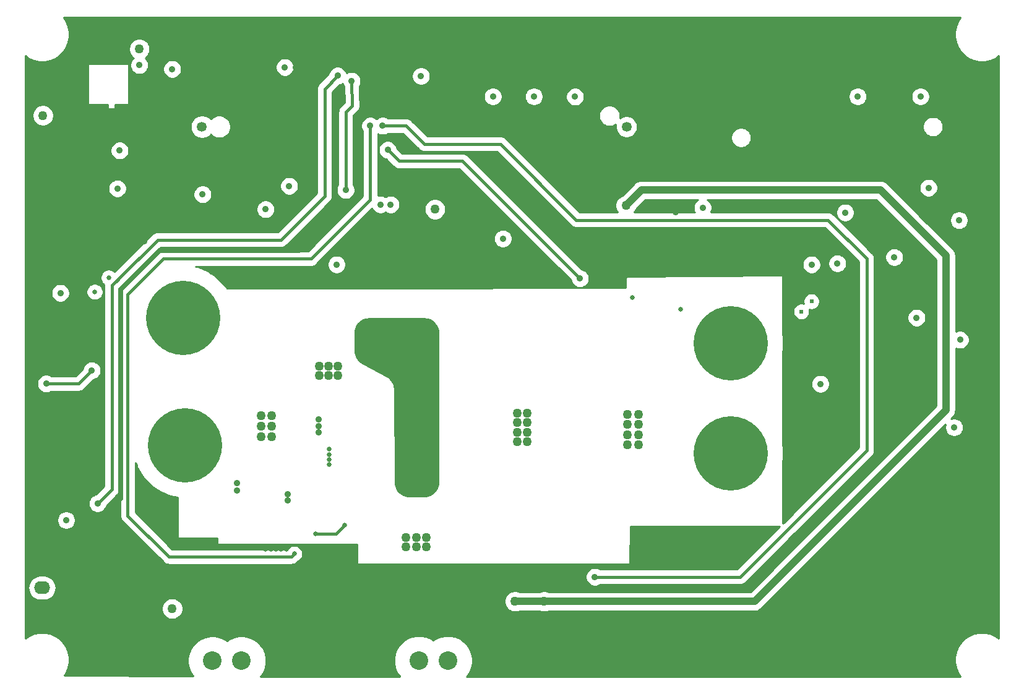
<source format=gbr>
G04 #@! TF.GenerationSoftware,KiCad,Pcbnew,(5.1.9)-1*
G04 #@! TF.CreationDate,2021-02-22T11:59:36-08:00*
G04 #@! TF.ProjectId,UnfolderBuffer,556e666f-6c64-4657-9242-75666665722e,rev?*
G04 #@! TF.SameCoordinates,Original*
G04 #@! TF.FileFunction,Copper,L3,Inr*
G04 #@! TF.FilePolarity,Positive*
%FSLAX46Y46*%
G04 Gerber Fmt 4.6, Leading zero omitted, Abs format (unit mm)*
G04 Created by KiCad (PCBNEW (5.1.9)-1) date 2021-02-22 11:59:36*
%MOMM*%
%LPD*%
G01*
G04 APERTURE LIST*
G04 #@! TA.AperFunction,ComponentPad*
%ADD10O,2.190000X1.740000*%
G04 #@! TD*
G04 #@! TA.AperFunction,ComponentPad*
%ADD11C,1.348000*%
G04 #@! TD*
G04 #@! TA.AperFunction,ComponentPad*
%ADD12C,10.160000*%
G04 #@! TD*
G04 #@! TA.AperFunction,ComponentPad*
%ADD13C,2.540000*%
G04 #@! TD*
G04 #@! TA.AperFunction,ViaPad*
%ADD14C,1.270000*%
G04 #@! TD*
G04 #@! TA.AperFunction,ViaPad*
%ADD15C,0.889000*%
G04 #@! TD*
G04 #@! TA.AperFunction,ViaPad*
%ADD16C,0.635000*%
G04 #@! TD*
G04 #@! TA.AperFunction,ViaPad*
%ADD17C,0.609600*%
G04 #@! TD*
G04 #@! TA.AperFunction,Conductor*
%ADD18C,0.457200*%
G04 #@! TD*
G04 #@! TA.AperFunction,Conductor*
%ADD19C,0.635000*%
G04 #@! TD*
G04 #@! TA.AperFunction,Conductor*
%ADD20C,0.990600*%
G04 #@! TD*
G04 #@! TA.AperFunction,Conductor*
%ADD21C,0.254000*%
G04 #@! TD*
G04 #@! TA.AperFunction,Conductor*
%ADD22C,0.100000*%
G04 #@! TD*
G04 APERTURE END LIST*
D10*
X3200000Y13040000D03*
G04 #@! TA.AperFunction,ComponentPad*
G36*
G01*
X4044442Y9630000D02*
X2355558Y9630000D01*
G75*
G02*
X2105000Y9880558I0J250558D01*
G01*
X2105000Y11119442D01*
G75*
G02*
X2355558Y11370000I250558J0D01*
G01*
X4044442Y11370000D01*
G75*
G02*
X4295000Y11119442I0J-250558D01*
G01*
X4295000Y9880558D01*
G75*
G02*
X4044442Y9630000I-250558J0D01*
G01*
G37*
G04 #@! TD.AperFunction*
D11*
X83180000Y76160000D03*
X25080000Y76160000D03*
D12*
X97450000Y46550000D03*
X97450000Y31450000D03*
X22500000Y50010000D03*
X22790000Y32570000D03*
D13*
X58700000Y3100000D03*
X54737600Y3100000D03*
X30481200Y3060000D03*
X26518800Y3060000D03*
D14*
X53000000Y19950000D03*
X53000000Y18650000D03*
X54400000Y18650000D03*
X43700000Y42100000D03*
X41100000Y42100000D03*
X42400000Y42100000D03*
X43700000Y43400000D03*
X41100000Y43400000D03*
X42400000Y43400000D03*
X55800000Y19950000D03*
X54400000Y19950000D03*
X55800000Y18650000D03*
X55050000Y26900000D03*
X53700000Y26900000D03*
X56350000Y26900000D03*
X47400000Y48150000D03*
X48750000Y48150000D03*
X50050000Y48150000D03*
D15*
X3750000Y41000000D03*
X10000000Y42800000D03*
D14*
X56960000Y64860000D03*
X21000000Y10200000D03*
D15*
X13500000Y67700000D03*
D14*
X3300000Y77700000D03*
D15*
X13800000Y72900000D03*
D16*
X36600000Y18300000D03*
X33800000Y18300000D03*
D15*
X52910000Y69920000D03*
X56600000Y69900000D03*
X55720000Y69910000D03*
X53880000Y69900000D03*
X54800000Y69900000D03*
X32130000Y76400000D03*
X38450000Y80450000D03*
X58469638Y76369638D03*
X70000000Y72300000D03*
X64950000Y72350000D03*
X76200000Y76200000D03*
X105500000Y72700000D03*
X115300000Y76100000D03*
X123300000Y72800000D03*
X116600000Y64300000D03*
X118400000Y64300000D03*
X117500000Y64300000D03*
X44900000Y18300000D03*
X44400000Y17500000D03*
X43900000Y18300000D03*
X10050000Y27550000D03*
X10050000Y26400000D03*
X9200000Y16950000D03*
X89900000Y64500000D03*
X98900000Y58800000D03*
X99900000Y58800000D03*
X100900000Y58800000D03*
D14*
X78819400Y55435414D03*
D16*
X85000000Y60000000D03*
D14*
X69929400Y14541420D03*
D15*
X8600000Y62600000D03*
X17200000Y60500000D03*
X8400000Y59900000D03*
X50100000Y60700000D03*
X62200000Y60100000D03*
X118320000Y56620000D03*
X130669000Y57431000D03*
X44300000Y65700000D03*
X118100000Y52300000D03*
D14*
X69859000Y59641000D03*
D16*
X87100000Y61350000D03*
X88332080Y61332080D03*
X89000000Y61300000D03*
X90948280Y61351720D03*
D15*
X37900000Y84300000D03*
X9100000Y73100000D03*
D14*
X5400000Y73100000D03*
D15*
X34700000Y76100000D03*
X5600000Y60600000D03*
D16*
X34500000Y18300000D03*
D15*
X39500000Y76100000D03*
X46530000Y76130000D03*
D14*
X8600000Y86100000D03*
D15*
X34500000Y82350000D03*
D16*
X35200000Y18300000D03*
X35900000Y18300000D03*
D15*
X39400000Y17300000D03*
X36300000Y11900000D03*
X28200000Y65200000D03*
X11950000Y16950000D03*
X3900000Y29000000D03*
X129100000Y27000000D03*
D16*
X13700000Y78900000D03*
D15*
X39250000Y60100000D03*
X13500000Y24250000D03*
X38580000Y65530000D03*
X46750000Y72750000D03*
X43330000Y79420000D03*
D14*
X66147800Y6247800D03*
D15*
X49500000Y65500000D03*
X5700000Y53400000D03*
X113090000Y64410000D03*
X93590000Y65090000D03*
X50900000Y65500000D03*
X112020000Y57450000D03*
X128670000Y63360000D03*
X66258823Y60841177D03*
D16*
X44600000Y21600000D03*
X40650000Y20450000D03*
D15*
X44750000Y67500000D03*
X45550000Y82450000D03*
X25160000Y66910000D03*
X21000000Y84050000D03*
D14*
X33200000Y36600000D03*
X33200000Y33700000D03*
X33200000Y35200000D03*
X34600000Y36600000D03*
X34600000Y35200000D03*
X34600000Y33700000D03*
X16500000Y86800000D03*
D15*
X64900000Y80300000D03*
X70500000Y80300000D03*
X76130000Y80270000D03*
X123400000Y80300000D03*
X114800000Y80300000D03*
X16500000Y84600000D03*
X78819400Y14541408D03*
X49800000Y76300000D03*
X55050000Y83100000D03*
X76800000Y55400000D03*
X50500000Y73000000D03*
D16*
X37700000Y17700000D03*
D15*
X48100000Y76300000D03*
X43650000Y83150000D03*
X6500000Y22300000D03*
X10800000Y24600000D03*
X108495000Y57300000D03*
X43500000Y57300000D03*
D14*
X71900000Y11200000D03*
X67900000Y11200000D03*
X83100000Y65400000D03*
D17*
X108484440Y52261840D03*
X107089980Y50852140D03*
D16*
X10392660Y53552660D03*
X12300000Y55500000D03*
D14*
X83300000Y35400000D03*
X83300000Y36800000D03*
D16*
X84000000Y52760920D03*
D14*
X83300000Y34000000D03*
X83300000Y32600000D03*
X84800000Y36800000D03*
X84800000Y35400000D03*
X84800000Y34000000D03*
X84800000Y32600000D03*
D16*
X90600000Y51200000D03*
D14*
X68200000Y33050000D03*
X69600000Y33050000D03*
X68200000Y36950000D03*
X68200000Y35650000D03*
X68200000Y34350000D03*
X69600000Y34350000D03*
X69600000Y36950000D03*
X69600000Y35650000D03*
D15*
X122850000Y50030000D03*
X109700000Y40960000D03*
X128000000Y35000000D03*
X36800000Y25900000D03*
D16*
X42500000Y31300000D03*
X42500000Y30600000D03*
X42500000Y29900000D03*
X42500000Y32000000D03*
D15*
X41000000Y36100000D03*
X41000000Y35200000D03*
X41000000Y34300000D03*
X36800000Y25000000D03*
X29900000Y27400000D03*
X29900000Y26400000D03*
X37000000Y68050000D03*
X36400000Y84300000D03*
X124500000Y67800000D03*
X33770000Y64870000D03*
X119800000Y58300000D03*
X128800000Y47000000D03*
D18*
X8200000Y41000000D02*
X10000000Y42800000D01*
X3750000Y41000000D02*
X8200000Y41000000D01*
D19*
X38350000Y59200000D02*
X39250000Y60100000D01*
X19300000Y59200000D02*
X38350000Y59200000D01*
X13950000Y53850000D02*
X19300000Y59200000D01*
X13950000Y25250000D02*
X13950000Y53850000D01*
X13500000Y24800000D02*
X13950000Y25250000D01*
X13500000Y24250000D02*
X13500000Y24800000D01*
D18*
X43450000Y20450000D02*
X44600000Y21600000D01*
X40650000Y20450000D02*
X43450000Y20450000D01*
X44750000Y75646926D02*
X44750000Y67500000D01*
X44750000Y78150000D02*
X44750000Y75646926D01*
X45650000Y79050000D02*
X44750000Y78150000D01*
X45550000Y82450000D02*
X45650000Y79050000D01*
X96941408Y14541408D02*
X78819400Y14541408D01*
X98741408Y14541408D02*
X96941408Y14541408D01*
X116050000Y58100000D02*
X116050000Y31850000D01*
X76296926Y63400000D02*
X110750000Y63400000D01*
X65896926Y73800000D02*
X76296926Y63400000D01*
X55500000Y73800000D02*
X65896926Y73800000D01*
X53000000Y76300000D02*
X55500000Y73800000D01*
X110750000Y63400000D02*
X116050000Y58100000D01*
X49800000Y76300000D02*
X53000000Y76300000D01*
X105400000Y21200000D02*
X98741408Y14541408D01*
X116050000Y31850000D02*
X105400000Y21200000D01*
X105800000Y21600000D02*
X105400000Y21200000D01*
X60725000Y71475000D02*
X76800000Y55400000D01*
X52025000Y71475000D02*
X52625000Y71475000D01*
X50500000Y73000000D02*
X52025000Y71475000D01*
X52625000Y71475000D02*
X60725000Y71475000D01*
X37300000Y17300000D02*
X37700000Y17700000D01*
X14916980Y22933020D02*
X20550000Y17300000D01*
X20550000Y17300000D02*
X37300000Y17300000D01*
X48100000Y76300000D02*
X48100000Y71500000D01*
X14916980Y53243710D02*
X19773270Y58100000D01*
X14916980Y52816980D02*
X14916980Y53243710D01*
X14916980Y52816980D02*
X14916980Y22933020D01*
X19773270Y58100000D02*
X40000000Y58100000D01*
X48100000Y66200000D02*
X48100000Y71500000D01*
X40000000Y58100000D02*
X48100000Y66200000D01*
X13200690Y54900690D02*
X13400000Y55100000D01*
X13400000Y55100000D02*
X13775000Y55475000D01*
X12950000Y54650000D02*
X13775000Y55475000D01*
X12750000Y54450000D02*
X12950000Y54650000D01*
X12750000Y26550000D02*
X12750000Y54450000D01*
X10800000Y24600000D02*
X12750000Y26550000D01*
X41850000Y66650000D02*
X41850000Y81350000D01*
X35900000Y60700000D02*
X41850000Y66650000D01*
X41850000Y81350000D02*
X43650000Y83150000D01*
X19000000Y60700000D02*
X35900000Y60700000D01*
X13775000Y55475000D02*
X19000000Y60700000D01*
D20*
X71900000Y11200000D02*
X67900000Y11200000D01*
X100700000Y11200000D02*
X71900000Y11200000D01*
X126900000Y37400000D02*
X100700000Y11200000D01*
X126900000Y58500000D02*
X126900000Y37400000D01*
X117900000Y67500000D02*
X126900000Y58500000D01*
X85200000Y67500000D02*
X117900000Y67500000D01*
X83100000Y65400000D02*
X85200000Y67500000D01*
D18*
X10392660Y53552660D02*
X10392660Y53592660D01*
D21*
X128497176Y90565396D02*
X128216227Y89887126D01*
X128073000Y89167077D01*
X128073000Y88432923D01*
X128216227Y87712874D01*
X128497176Y87034604D01*
X128905050Y86424176D01*
X129424176Y85905050D01*
X130034604Y85497176D01*
X130712874Y85216227D01*
X131432923Y85073000D01*
X132167077Y85073000D01*
X132887126Y85216227D01*
X133565396Y85497176D01*
X134098001Y85853050D01*
X134098000Y6146950D01*
X133565396Y6502824D01*
X132887126Y6783773D01*
X132167077Y6927000D01*
X131432923Y6927000D01*
X130712874Y6783773D01*
X130034604Y6502824D01*
X129424176Y6094950D01*
X128905050Y5575824D01*
X128497176Y4965396D01*
X128216227Y4287126D01*
X128073000Y3567077D01*
X128073000Y2832923D01*
X128216227Y2112874D01*
X128497176Y1434604D01*
X128853050Y902000D01*
X61306084Y902000D01*
X61338622Y934538D01*
X61710383Y1490917D01*
X61966456Y2109132D01*
X62097000Y2765425D01*
X62097000Y3434575D01*
X61966456Y4090868D01*
X61710383Y4709083D01*
X61338622Y5265462D01*
X60865462Y5738622D01*
X60309083Y6110383D01*
X59690868Y6366456D01*
X59034575Y6497000D01*
X58365425Y6497000D01*
X57709132Y6366456D01*
X57090917Y6110383D01*
X56718800Y5861742D01*
X56346683Y6110383D01*
X55728468Y6366456D01*
X55072175Y6497000D01*
X54403025Y6497000D01*
X53746732Y6366456D01*
X53128517Y6110383D01*
X52572138Y5738622D01*
X52098978Y5265462D01*
X51727217Y4709083D01*
X51471144Y4090868D01*
X51340600Y3434575D01*
X51340600Y2765425D01*
X51471144Y2109132D01*
X51727217Y1490917D01*
X52098978Y934538D01*
X52131516Y902000D01*
X33124808Y902000D01*
X33491583Y1450917D01*
X33747656Y2069132D01*
X33878200Y2725425D01*
X33878200Y3394575D01*
X33747656Y4050868D01*
X33491583Y4669083D01*
X33119822Y5225462D01*
X32646662Y5698622D01*
X32090283Y6070383D01*
X31472068Y6326456D01*
X30815775Y6457000D01*
X30146625Y6457000D01*
X29490332Y6326456D01*
X28872117Y6070383D01*
X28500000Y5821742D01*
X28127883Y6070383D01*
X27509668Y6326456D01*
X26853375Y6457000D01*
X26184225Y6457000D01*
X25527932Y6326456D01*
X24909717Y6070383D01*
X24353338Y5698622D01*
X23880178Y5225462D01*
X23508417Y4669083D01*
X23252344Y4050868D01*
X23121800Y3394575D01*
X23121800Y2725425D01*
X23252344Y2069132D01*
X23508417Y1450917D01*
X23842858Y950391D01*
X6266278Y1080588D01*
X6502824Y1434604D01*
X6783773Y2112874D01*
X6927000Y2832923D01*
X6927000Y3567077D01*
X6783773Y4287126D01*
X6502824Y4965396D01*
X6094950Y5575824D01*
X5575824Y6094950D01*
X4965396Y6502824D01*
X4287126Y6783773D01*
X3567077Y6927000D01*
X2832923Y6927000D01*
X2112874Y6783773D01*
X1434604Y6502824D01*
X902000Y6146950D01*
X902000Y10343994D01*
X19538000Y10343994D01*
X19538000Y10056006D01*
X19594184Y9773550D01*
X19704392Y9507483D01*
X19864390Y9268029D01*
X20068029Y9064390D01*
X20307483Y8904392D01*
X20573550Y8794184D01*
X20856006Y8738000D01*
X21143994Y8738000D01*
X21426450Y8794184D01*
X21692517Y8904392D01*
X21931971Y9064390D01*
X22135610Y9268029D01*
X22295608Y9507483D01*
X22405816Y9773550D01*
X22462000Y10056006D01*
X22462000Y10343994D01*
X22405816Y10626450D01*
X22295608Y10892517D01*
X22135610Y11131971D01*
X21931971Y11335610D01*
X21692517Y11495608D01*
X21426450Y11605816D01*
X21143994Y11662000D01*
X20856006Y11662000D01*
X20573550Y11605816D01*
X20307483Y11495608D01*
X20068029Y11335610D01*
X19864390Y11131971D01*
X19704392Y10892517D01*
X19594184Y10626450D01*
X19538000Y10343994D01*
X902000Y10343994D01*
X902000Y13040000D01*
X1269789Y13040000D01*
X1302554Y12707330D01*
X1399590Y12387444D01*
X1557169Y12092636D01*
X1769234Y11834234D01*
X2027636Y11622169D01*
X2322444Y11464590D01*
X2642330Y11367554D01*
X2891632Y11343000D01*
X3508368Y11343000D01*
X3757670Y11367554D01*
X4077556Y11464590D01*
X4372364Y11622169D01*
X4630766Y11834234D01*
X4842831Y12092636D01*
X5000410Y12387444D01*
X5097446Y12707330D01*
X5130211Y13040000D01*
X5097446Y13372670D01*
X5000410Y13692556D01*
X4842831Y13987364D01*
X4630766Y14245766D01*
X4372364Y14457831D01*
X4077556Y14615410D01*
X3757670Y14712446D01*
X3508368Y14737000D01*
X2891632Y14737000D01*
X2642330Y14712446D01*
X2322444Y14615410D01*
X2027636Y14457831D01*
X1769234Y14245766D01*
X1557169Y13987364D01*
X1399590Y13692556D01*
X1302554Y13372670D01*
X1269789Y13040000D01*
X902000Y13040000D01*
X902000Y22425232D01*
X5228500Y22425232D01*
X5228500Y22174768D01*
X5277363Y21929117D01*
X5373212Y21697719D01*
X5512362Y21489466D01*
X5689466Y21312362D01*
X5897719Y21173212D01*
X6129117Y21077363D01*
X6374768Y21028500D01*
X6625232Y21028500D01*
X6870883Y21077363D01*
X7102281Y21173212D01*
X7310534Y21312362D01*
X7487638Y21489466D01*
X7626788Y21697719D01*
X7722637Y21929117D01*
X7771500Y22174768D01*
X7771500Y22425232D01*
X7722637Y22670883D01*
X7626788Y22902281D01*
X7487638Y23110534D01*
X7310534Y23287638D01*
X7102281Y23426788D01*
X6870883Y23522637D01*
X6625232Y23571500D01*
X6374768Y23571500D01*
X6129117Y23522637D01*
X5897719Y23426788D01*
X5689466Y23287638D01*
X5512362Y23110534D01*
X5373212Y22902281D01*
X5277363Y22670883D01*
X5228500Y22425232D01*
X902000Y22425232D01*
X902000Y24725232D01*
X9528500Y24725232D01*
X9528500Y24474768D01*
X9577363Y24229117D01*
X9673212Y23997719D01*
X9812362Y23789466D01*
X9989466Y23612362D01*
X10197719Y23473212D01*
X10429117Y23377363D01*
X10674768Y23328500D01*
X10925232Y23328500D01*
X11170883Y23377363D01*
X11402281Y23473212D01*
X11610534Y23612362D01*
X11787638Y23789466D01*
X11926788Y23997719D01*
X12022637Y24229117D01*
X12047635Y24354792D01*
X13459758Y25766914D01*
X13500033Y25799967D01*
X13631946Y25960703D01*
X13729965Y26144085D01*
X13790326Y26343066D01*
X13805600Y26498147D01*
X13805600Y26498156D01*
X13810706Y26549999D01*
X13805600Y26601842D01*
X13805600Y53243710D01*
X13856274Y53243710D01*
X13861380Y53191867D01*
X13861380Y52868832D01*
X13861381Y22984873D01*
X13856274Y22933020D01*
X13876655Y22726086D01*
X13937015Y22527106D01*
X14035034Y22343723D01*
X14133893Y22223264D01*
X14166948Y22182987D01*
X14207223Y22149934D01*
X19766914Y16590242D01*
X19799967Y16549967D01*
X19960703Y16418054D01*
X20144085Y16320035D01*
X20343066Y16259674D01*
X20498147Y16244400D01*
X20498156Y16244400D01*
X20549999Y16239294D01*
X20601842Y16244400D01*
X37248157Y16244400D01*
X37300000Y16239294D01*
X37351843Y16244400D01*
X37351853Y16244400D01*
X37506934Y16259674D01*
X37705915Y16320035D01*
X37889297Y16418054D01*
X38050033Y16549967D01*
X38083090Y16590247D01*
X38133682Y16640839D01*
X38242124Y16685757D01*
X38429576Y16811009D01*
X38588991Y16970424D01*
X38714243Y17157876D01*
X38800518Y17366162D01*
X38844500Y17587277D01*
X38844500Y17812723D01*
X38800518Y18033838D01*
X38714243Y18242124D01*
X38588991Y18429576D01*
X38429576Y18588991D01*
X38242124Y18714243D01*
X38033838Y18800518D01*
X37812723Y18844500D01*
X37587277Y18844500D01*
X37366162Y18800518D01*
X37157876Y18714243D01*
X36970424Y18588991D01*
X36811009Y18429576D01*
X36761580Y18355600D01*
X20987244Y18355600D01*
X15972580Y23370263D01*
X15972580Y30195909D01*
X16135129Y29803482D01*
X16174932Y29577929D01*
X16183260Y29549992D01*
X16195259Y29528178D01*
X16331401Y29329638D01*
X16403239Y29156205D01*
X17191957Y27975805D01*
X18195805Y26971957D01*
X19376205Y26183239D01*
X20687796Y25639961D01*
X21773000Y25424100D01*
X21773000Y20000000D01*
X21775440Y19975224D01*
X21782667Y19951399D01*
X21794403Y19929443D01*
X21810197Y19910197D01*
X21829443Y19894403D01*
X21851399Y19882667D01*
X21875224Y19875440D01*
X21900000Y19873000D01*
X27170954Y19873000D01*
X27173000Y19099664D01*
X27175440Y19075224D01*
X27182667Y19051399D01*
X27194403Y19029443D01*
X27210197Y19010197D01*
X27229443Y18994403D01*
X27251399Y18982667D01*
X27275224Y18975440D01*
X27300000Y18973000D01*
X46273000Y18973000D01*
X46273000Y16400000D01*
X46275440Y16375224D01*
X46282667Y16351399D01*
X46294403Y16329443D01*
X46310197Y16310197D01*
X46329443Y16294403D01*
X46351399Y16282667D01*
X46375224Y16275440D01*
X46400000Y16273000D01*
X83500000Y16273000D01*
X83523566Y16275206D01*
X83547459Y16282201D01*
X83569529Y16293723D01*
X83588927Y16309330D01*
X83604907Y16328421D01*
X83616855Y16350262D01*
X83624313Y16374015D01*
X83626994Y16398767D01*
X83675773Y21423000D01*
X104130156Y21423000D01*
X98304165Y15597008D01*
X79528222Y15597008D01*
X79421681Y15668196D01*
X79190283Y15764045D01*
X78944632Y15812908D01*
X78694168Y15812908D01*
X78448517Y15764045D01*
X78217119Y15668196D01*
X78008866Y15529046D01*
X77831762Y15351942D01*
X77692612Y15143689D01*
X77596763Y14912291D01*
X77547900Y14666640D01*
X77547900Y14416176D01*
X77596763Y14170525D01*
X77692612Y13939127D01*
X77831762Y13730874D01*
X78008866Y13553770D01*
X78217119Y13414620D01*
X78448517Y13318771D01*
X78694168Y13269908D01*
X78944632Y13269908D01*
X79190283Y13318771D01*
X79421681Y13414620D01*
X79528222Y13485808D01*
X98689565Y13485808D01*
X98741408Y13480702D01*
X98793251Y13485808D01*
X98793261Y13485808D01*
X98948342Y13501082D01*
X99147323Y13561443D01*
X99330705Y13659462D01*
X99491441Y13791375D01*
X99524498Y13831655D01*
X106183087Y20490243D01*
X106183092Y20490249D01*
X106583087Y20890244D01*
X116759758Y31066914D01*
X116800033Y31099967D01*
X116834631Y31142124D01*
X116931945Y31260702D01*
X116931946Y31260703D01*
X117029965Y31444085D01*
X117090326Y31643066D01*
X117105600Y31798147D01*
X117105600Y31798156D01*
X117110706Y31849999D01*
X117105600Y31901842D01*
X117105600Y50155232D01*
X121578500Y50155232D01*
X121578500Y49904768D01*
X121627363Y49659117D01*
X121723212Y49427719D01*
X121862362Y49219466D01*
X122039466Y49042362D01*
X122247719Y48903212D01*
X122479117Y48807363D01*
X122724768Y48758500D01*
X122975232Y48758500D01*
X123220883Y48807363D01*
X123452281Y48903212D01*
X123660534Y49042362D01*
X123837638Y49219466D01*
X123976788Y49427719D01*
X124072637Y49659117D01*
X124121500Y49904768D01*
X124121500Y50155232D01*
X124072637Y50400883D01*
X123976788Y50632281D01*
X123837638Y50840534D01*
X123660534Y51017638D01*
X123452281Y51156788D01*
X123220883Y51252637D01*
X122975232Y51301500D01*
X122724768Y51301500D01*
X122479117Y51252637D01*
X122247719Y51156788D01*
X122039466Y51017638D01*
X121862362Y50840534D01*
X121723212Y50632281D01*
X121627363Y50400883D01*
X121578500Y50155232D01*
X117105600Y50155232D01*
X117105600Y58048157D01*
X117110706Y58100000D01*
X117105600Y58151843D01*
X117105600Y58151853D01*
X117090326Y58306934D01*
X117054441Y58425232D01*
X118528500Y58425232D01*
X118528500Y58174768D01*
X118577363Y57929117D01*
X118673212Y57697719D01*
X118812362Y57489466D01*
X118989466Y57312362D01*
X119197719Y57173212D01*
X119429117Y57077363D01*
X119674768Y57028500D01*
X119925232Y57028500D01*
X120170883Y57077363D01*
X120402281Y57173212D01*
X120610534Y57312362D01*
X120787638Y57489466D01*
X120926788Y57697719D01*
X121022637Y57929117D01*
X121071500Y58174768D01*
X121071500Y58425232D01*
X121022637Y58670883D01*
X120926788Y58902281D01*
X120787638Y59110534D01*
X120610534Y59287638D01*
X120402281Y59426788D01*
X120170883Y59522637D01*
X119925232Y59571500D01*
X119674768Y59571500D01*
X119429117Y59522637D01*
X119197719Y59426788D01*
X118989466Y59287638D01*
X118812362Y59110534D01*
X118673212Y58902281D01*
X118577363Y58670883D01*
X118528500Y58425232D01*
X117054441Y58425232D01*
X117029965Y58505915D01*
X116998406Y58564959D01*
X116931946Y58689298D01*
X116833087Y58809757D01*
X116833086Y58809758D01*
X116800033Y58850033D01*
X116759757Y58883087D01*
X111533090Y64109753D01*
X111500033Y64150033D01*
X111339297Y64281946D01*
X111155915Y64379965D01*
X110956934Y64440326D01*
X110801853Y64455600D01*
X110801843Y64455600D01*
X110750000Y64460706D01*
X110698157Y64455600D01*
X94695327Y64455600D01*
X94716788Y64487719D01*
X94736468Y64535232D01*
X111818500Y64535232D01*
X111818500Y64284768D01*
X111867363Y64039117D01*
X111963212Y63807719D01*
X112102362Y63599466D01*
X112279466Y63422362D01*
X112487719Y63283212D01*
X112719117Y63187363D01*
X112964768Y63138500D01*
X113215232Y63138500D01*
X113460883Y63187363D01*
X113692281Y63283212D01*
X113900534Y63422362D01*
X114077638Y63599466D01*
X114216788Y63807719D01*
X114312637Y64039117D01*
X114361500Y64284768D01*
X114361500Y64535232D01*
X114312637Y64780883D01*
X114216788Y65012281D01*
X114077638Y65220534D01*
X113900534Y65397638D01*
X113692281Y65536788D01*
X113460883Y65632637D01*
X113215232Y65681500D01*
X112964768Y65681500D01*
X112719117Y65632637D01*
X112487719Y65536788D01*
X112279466Y65397638D01*
X112102362Y65220534D01*
X111963212Y65012281D01*
X111867363Y64780883D01*
X111818500Y64535232D01*
X94736468Y64535232D01*
X94812637Y64719117D01*
X94861500Y64964768D01*
X94861500Y65215232D01*
X94812637Y65460883D01*
X94716788Y65692281D01*
X94577638Y65900534D01*
X94400534Y66077638D01*
X94250780Y66177700D01*
X117352286Y66177700D01*
X125577700Y57952285D01*
X125577701Y37947716D01*
X100152286Y12522300D01*
X72528076Y12522300D01*
X72326450Y12605816D01*
X72043994Y12662000D01*
X71756006Y12662000D01*
X71473550Y12605816D01*
X71271924Y12522300D01*
X68528076Y12522300D01*
X68326450Y12605816D01*
X68043994Y12662000D01*
X67756006Y12662000D01*
X67473550Y12605816D01*
X67207483Y12495608D01*
X66968029Y12335610D01*
X66764390Y12131971D01*
X66604392Y11892517D01*
X66494184Y11626450D01*
X66438000Y11343994D01*
X66438000Y11056006D01*
X66494184Y10773550D01*
X66604392Y10507483D01*
X66764390Y10268029D01*
X66968029Y10064390D01*
X67207483Y9904392D01*
X67473550Y9794184D01*
X67756006Y9738000D01*
X68043994Y9738000D01*
X68326450Y9794184D01*
X68528076Y9877700D01*
X71271924Y9877700D01*
X71473550Y9794184D01*
X71756006Y9738000D01*
X72043994Y9738000D01*
X72326450Y9794184D01*
X72528076Y9877700D01*
X100635049Y9877700D01*
X100700000Y9871303D01*
X100764951Y9877700D01*
X100764959Y9877700D01*
X100959216Y9896833D01*
X101208471Y9972443D01*
X101438185Y10095228D01*
X101639531Y10260469D01*
X101680941Y10310927D01*
X126803148Y35433133D01*
X126777363Y35370883D01*
X126728500Y35125232D01*
X126728500Y34874768D01*
X126777363Y34629117D01*
X126873212Y34397719D01*
X127012362Y34189466D01*
X127189466Y34012362D01*
X127397719Y33873212D01*
X127629117Y33777363D01*
X127874768Y33728500D01*
X128125232Y33728500D01*
X128370883Y33777363D01*
X128602281Y33873212D01*
X128810534Y34012362D01*
X128987638Y34189466D01*
X129126788Y34397719D01*
X129222637Y34629117D01*
X129271500Y34874768D01*
X129271500Y35125232D01*
X129222637Y35370883D01*
X129126788Y35602281D01*
X128987638Y35810534D01*
X128810534Y35987638D01*
X128602281Y36126788D01*
X128370883Y36222637D01*
X128125232Y36271500D01*
X127874768Y36271500D01*
X127629117Y36222637D01*
X127566867Y36196852D01*
X127789079Y36419064D01*
X127839531Y36460469D01*
X127880936Y36510921D01*
X127880940Y36510925D01*
X127978886Y36630273D01*
X128004772Y36661815D01*
X128127557Y36891529D01*
X128185569Y37082771D01*
X128203167Y37140783D01*
X128205628Y37165766D01*
X128222300Y37335041D01*
X128222300Y37335048D01*
X128228697Y37399999D01*
X128222300Y37464950D01*
X128222300Y45863030D01*
X128429117Y45777363D01*
X128674768Y45728500D01*
X128925232Y45728500D01*
X129170883Y45777363D01*
X129402281Y45873212D01*
X129610534Y46012362D01*
X129787638Y46189466D01*
X129926788Y46397719D01*
X130022637Y46629117D01*
X130071500Y46874768D01*
X130071500Y47125232D01*
X130022637Y47370883D01*
X129926788Y47602281D01*
X129787638Y47810534D01*
X129610534Y47987638D01*
X129402281Y48126788D01*
X129170883Y48222637D01*
X128925232Y48271500D01*
X128674768Y48271500D01*
X128429117Y48222637D01*
X128222300Y48136970D01*
X128222300Y58435050D01*
X128228697Y58500001D01*
X128222300Y58564952D01*
X128222300Y58564959D01*
X128203167Y58759216D01*
X128165592Y58883087D01*
X128127557Y59008471D01*
X128004772Y59238185D01*
X127930997Y59328079D01*
X127880940Y59389075D01*
X127880936Y59389079D01*
X127839531Y59439531D01*
X127789080Y59480935D01*
X123784783Y63485232D01*
X127398500Y63485232D01*
X127398500Y63234768D01*
X127447363Y62989117D01*
X127543212Y62757719D01*
X127682362Y62549466D01*
X127859466Y62372362D01*
X128067719Y62233212D01*
X128299117Y62137363D01*
X128544768Y62088500D01*
X128795232Y62088500D01*
X129040883Y62137363D01*
X129272281Y62233212D01*
X129480534Y62372362D01*
X129657638Y62549466D01*
X129796788Y62757719D01*
X129892637Y62989117D01*
X129941500Y63234768D01*
X129941500Y63485232D01*
X129892637Y63730883D01*
X129796788Y63962281D01*
X129657638Y64170534D01*
X129480534Y64347638D01*
X129272281Y64486788D01*
X129040883Y64582637D01*
X128795232Y64631500D01*
X128544768Y64631500D01*
X128299117Y64582637D01*
X128067719Y64486788D01*
X127859466Y64347638D01*
X127682362Y64170534D01*
X127543212Y63962281D01*
X127447363Y63730883D01*
X127398500Y63485232D01*
X123784783Y63485232D01*
X119344783Y67925232D01*
X123228500Y67925232D01*
X123228500Y67674768D01*
X123277363Y67429117D01*
X123373212Y67197719D01*
X123512362Y66989466D01*
X123689466Y66812362D01*
X123897719Y66673212D01*
X124129117Y66577363D01*
X124374768Y66528500D01*
X124625232Y66528500D01*
X124870883Y66577363D01*
X125102281Y66673212D01*
X125310534Y66812362D01*
X125487638Y66989466D01*
X125626788Y67197719D01*
X125722637Y67429117D01*
X125771500Y67674768D01*
X125771500Y67925232D01*
X125722637Y68170883D01*
X125626788Y68402281D01*
X125487638Y68610534D01*
X125310534Y68787638D01*
X125102281Y68926788D01*
X124870883Y69022637D01*
X124625232Y69071500D01*
X124374768Y69071500D01*
X124129117Y69022637D01*
X123897719Y68926788D01*
X123689466Y68787638D01*
X123512362Y68610534D01*
X123373212Y68402281D01*
X123277363Y68170883D01*
X123228500Y67925232D01*
X119344783Y67925232D01*
X118880941Y68389073D01*
X118839531Y68439531D01*
X118638185Y68604772D01*
X118408471Y68727557D01*
X118159216Y68803167D01*
X117964959Y68822300D01*
X117964951Y68822300D01*
X117900000Y68828697D01*
X117835049Y68822300D01*
X85264950Y68822300D01*
X85199999Y68828697D01*
X85135048Y68822300D01*
X85135041Y68822300D01*
X84965766Y68805628D01*
X84940783Y68803167D01*
X84889591Y68787638D01*
X84691529Y68727557D01*
X84461815Y68604772D01*
X84260469Y68439531D01*
X84219059Y68389073D01*
X82609110Y66779124D01*
X82407483Y66695608D01*
X82168029Y66535610D01*
X81964390Y66331971D01*
X81804392Y66092517D01*
X81694184Y65826450D01*
X81638000Y65543994D01*
X81638000Y65256006D01*
X81694184Y64973550D01*
X81804392Y64707483D01*
X81964390Y64468029D01*
X81976819Y64455600D01*
X76734170Y64455600D01*
X66680016Y74509753D01*
X66646959Y74550033D01*
X66486223Y74681946D01*
X66302841Y74779965D01*
X66103860Y74840326D01*
X65948779Y74855600D01*
X65948769Y74855600D01*
X65896926Y74860706D01*
X65845083Y74855600D01*
X55937244Y74855600D01*
X53783090Y77009753D01*
X53750033Y77050033D01*
X53589297Y77181946D01*
X53405915Y77279965D01*
X53206934Y77340326D01*
X53051853Y77355600D01*
X53051843Y77355600D01*
X53000000Y77360706D01*
X52948157Y77355600D01*
X50508822Y77355600D01*
X50402281Y77426788D01*
X50170883Y77522637D01*
X49925232Y77571500D01*
X49674768Y77571500D01*
X49429117Y77522637D01*
X49197719Y77426788D01*
X48989466Y77287638D01*
X48950000Y77248172D01*
X48910534Y77287638D01*
X48702281Y77426788D01*
X48470883Y77522637D01*
X48225232Y77571500D01*
X47974768Y77571500D01*
X47729117Y77522637D01*
X47497719Y77426788D01*
X47289466Y77287638D01*
X47112362Y77110534D01*
X46973212Y76902281D01*
X46877363Y76670883D01*
X46828500Y76425232D01*
X46828500Y76174768D01*
X46877363Y75929117D01*
X46973212Y75697719D01*
X47044400Y75591178D01*
X47044401Y71551853D01*
X47044400Y66637244D01*
X39562757Y59155600D01*
X19825112Y59155600D01*
X19773269Y59160706D01*
X19721426Y59155600D01*
X19721417Y59155600D01*
X19566336Y59140326D01*
X19367355Y59079965D01*
X19183973Y58981946D01*
X19023237Y58850033D01*
X18990184Y58809758D01*
X14207223Y54026796D01*
X14166948Y53993743D01*
X14133895Y53953468D01*
X14133893Y53953466D01*
X14035034Y53833007D01*
X13994408Y53757000D01*
X13937015Y53649625D01*
X13876654Y53450644D01*
X13861380Y53295563D01*
X13861380Y53295553D01*
X13856274Y53243710D01*
X13805600Y53243710D01*
X13805600Y54012757D01*
X14558087Y54765243D01*
X19437244Y59644400D01*
X35848157Y59644400D01*
X35900000Y59639294D01*
X35951843Y59644400D01*
X35951853Y59644400D01*
X36106934Y59659674D01*
X36305915Y59720035D01*
X36489297Y59818054D01*
X36650033Y59949967D01*
X36683090Y59990247D01*
X42559758Y65866914D01*
X42600033Y65899967D01*
X42676439Y65993067D01*
X42731946Y66060703D01*
X42829965Y66244085D01*
X42890326Y66443066D01*
X42910707Y66650000D01*
X42905600Y66701853D01*
X42905600Y80912757D01*
X43895209Y81902365D01*
X44020883Y81927363D01*
X44252281Y82023212D01*
X44329224Y82074624D01*
X44423212Y81847719D01*
X44515730Y81709255D01*
X44581464Y79474308D01*
X44040247Y78933090D01*
X43999967Y78900033D01*
X43868054Y78739297D01*
X43770035Y78555914D01*
X43709674Y78356933D01*
X43694400Y78201852D01*
X43694400Y78201843D01*
X43689294Y78150000D01*
X43694400Y78098157D01*
X43694401Y75698788D01*
X43694400Y75698778D01*
X43694401Y68208823D01*
X43623212Y68102281D01*
X43527363Y67870883D01*
X43478500Y67625232D01*
X43478500Y67374768D01*
X43527363Y67129117D01*
X43623212Y66897719D01*
X43762362Y66689466D01*
X43939466Y66512362D01*
X44147719Y66373212D01*
X44379117Y66277363D01*
X44624768Y66228500D01*
X44875232Y66228500D01*
X45120883Y66277363D01*
X45352281Y66373212D01*
X45560534Y66512362D01*
X45737638Y66689466D01*
X45876788Y66897719D01*
X45972637Y67129117D01*
X46021500Y67374768D01*
X46021500Y67625232D01*
X45972637Y67870883D01*
X45876788Y68102281D01*
X45805600Y68208822D01*
X45805600Y77712757D01*
X45896837Y77803994D01*
X79368000Y77803994D01*
X79368000Y77516006D01*
X79424184Y77233550D01*
X79534392Y76967483D01*
X79694390Y76728029D01*
X79898029Y76524390D01*
X80137483Y76364392D01*
X80403550Y76254184D01*
X80686006Y76198000D01*
X80973994Y76198000D01*
X81256450Y76254184D01*
X81522517Y76364392D01*
X81715960Y76493646D01*
X81679000Y76307836D01*
X81679000Y76012164D01*
X81736682Y75722174D01*
X81849831Y75449010D01*
X82014097Y75203168D01*
X82223168Y74994097D01*
X82469010Y74829831D01*
X82742174Y74716682D01*
X83032164Y74659000D01*
X83327836Y74659000D01*
X83617826Y74716682D01*
X83810783Y74796608D01*
X97463000Y74796608D01*
X97463000Y74523392D01*
X97516302Y74255427D01*
X97620857Y74003009D01*
X97772647Y73775839D01*
X97965839Y73582647D01*
X98193009Y73430857D01*
X98445427Y73326302D01*
X98713392Y73273000D01*
X98986608Y73273000D01*
X99254573Y73326302D01*
X99506991Y73430857D01*
X99734161Y73582647D01*
X99927353Y73775839D01*
X100079143Y74003009D01*
X100183698Y74255427D01*
X100237000Y74523392D01*
X100237000Y74796608D01*
X100183698Y75064573D01*
X100079143Y75316991D01*
X99927353Y75544161D01*
X99734161Y75737353D01*
X99506991Y75889143D01*
X99254573Y75993698D01*
X98986608Y76047000D01*
X98713392Y76047000D01*
X98445427Y75993698D01*
X98193009Y75889143D01*
X97965839Y75737353D01*
X97772647Y75544161D01*
X97620857Y75316991D01*
X97516302Y75064573D01*
X97463000Y74796608D01*
X83810783Y74796608D01*
X83890990Y74829831D01*
X84136832Y74994097D01*
X84345903Y75203168D01*
X84510169Y75449010D01*
X84623318Y75722174D01*
X84681000Y76012164D01*
X84681000Y76296608D01*
X123713000Y76296608D01*
X123713000Y76023392D01*
X123766302Y75755427D01*
X123870857Y75503009D01*
X124022647Y75275839D01*
X124215839Y75082647D01*
X124443009Y74930857D01*
X124695427Y74826302D01*
X124963392Y74773000D01*
X125236608Y74773000D01*
X125504573Y74826302D01*
X125756991Y74930857D01*
X125984161Y75082647D01*
X126177353Y75275839D01*
X126329143Y75503009D01*
X126433698Y75755427D01*
X126487000Y76023392D01*
X126487000Y76296608D01*
X126433698Y76564573D01*
X126329143Y76816991D01*
X126177353Y77044161D01*
X125984161Y77237353D01*
X125756991Y77389143D01*
X125504573Y77493698D01*
X125236608Y77547000D01*
X124963392Y77547000D01*
X124695427Y77493698D01*
X124443009Y77389143D01*
X124215839Y77237353D01*
X124022647Y77044161D01*
X123870857Y76816991D01*
X123766302Y76564573D01*
X123713000Y76296608D01*
X84681000Y76296608D01*
X84681000Y76307836D01*
X84623318Y76597826D01*
X84510169Y76870990D01*
X84345903Y77116832D01*
X84136832Y77325903D01*
X83890990Y77490169D01*
X83617826Y77603318D01*
X83327836Y77661000D01*
X83032164Y77661000D01*
X82742174Y77603318D01*
X82469010Y77490169D01*
X82258941Y77349805D01*
X82292000Y77516006D01*
X82292000Y77803994D01*
X82235816Y78086450D01*
X82125608Y78352517D01*
X81965610Y78591971D01*
X81761971Y78795610D01*
X81522517Y78955608D01*
X81256450Y79065816D01*
X80973994Y79122000D01*
X80686006Y79122000D01*
X80403550Y79065816D01*
X80137483Y78955608D01*
X79898029Y78795610D01*
X79694390Y78591971D01*
X79534392Y78352517D01*
X79424184Y78086450D01*
X79368000Y77803994D01*
X45896837Y77803994D01*
X46370760Y78277916D01*
X46421759Y78322342D01*
X46475820Y78392313D01*
X46531945Y78460702D01*
X46539324Y78474507D01*
X46548889Y78486887D01*
X46588260Y78566061D01*
X46629965Y78644085D01*
X46634509Y78659065D01*
X46641474Y78673071D01*
X46664642Y78758401D01*
X46690325Y78843065D01*
X46691859Y78858641D01*
X46695959Y78873741D01*
X46702038Y78961991D01*
X46710706Y79049999D01*
X46704077Y79117308D01*
X46665609Y80425232D01*
X63628500Y80425232D01*
X63628500Y80174768D01*
X63677363Y79929117D01*
X63773212Y79697719D01*
X63912362Y79489466D01*
X64089466Y79312362D01*
X64297719Y79173212D01*
X64529117Y79077363D01*
X64774768Y79028500D01*
X65025232Y79028500D01*
X65270883Y79077363D01*
X65502281Y79173212D01*
X65710534Y79312362D01*
X65887638Y79489466D01*
X66026788Y79697719D01*
X66122637Y79929117D01*
X66171500Y80174768D01*
X66171500Y80425232D01*
X69228500Y80425232D01*
X69228500Y80174768D01*
X69277363Y79929117D01*
X69373212Y79697719D01*
X69512362Y79489466D01*
X69689466Y79312362D01*
X69897719Y79173212D01*
X70129117Y79077363D01*
X70374768Y79028500D01*
X70625232Y79028500D01*
X70870883Y79077363D01*
X71102281Y79173212D01*
X71310534Y79312362D01*
X71487638Y79489466D01*
X71626788Y79697719D01*
X71722637Y79929117D01*
X71771500Y80174768D01*
X71771500Y80395232D01*
X74858500Y80395232D01*
X74858500Y80144768D01*
X74907363Y79899117D01*
X75003212Y79667719D01*
X75142362Y79459466D01*
X75319466Y79282362D01*
X75527719Y79143212D01*
X75759117Y79047363D01*
X76004768Y78998500D01*
X76255232Y78998500D01*
X76500883Y79047363D01*
X76732281Y79143212D01*
X76940534Y79282362D01*
X77117638Y79459466D01*
X77256788Y79667719D01*
X77352637Y79899117D01*
X77401500Y80144768D01*
X77401500Y80395232D01*
X77395533Y80425232D01*
X113528500Y80425232D01*
X113528500Y80174768D01*
X113577363Y79929117D01*
X113673212Y79697719D01*
X113812362Y79489466D01*
X113989466Y79312362D01*
X114197719Y79173212D01*
X114429117Y79077363D01*
X114674768Y79028500D01*
X114925232Y79028500D01*
X115170883Y79077363D01*
X115402281Y79173212D01*
X115610534Y79312362D01*
X115787638Y79489466D01*
X115926788Y79697719D01*
X116022637Y79929117D01*
X116071500Y80174768D01*
X116071500Y80425232D01*
X122128500Y80425232D01*
X122128500Y80174768D01*
X122177363Y79929117D01*
X122273212Y79697719D01*
X122412362Y79489466D01*
X122589466Y79312362D01*
X122797719Y79173212D01*
X123029117Y79077363D01*
X123274768Y79028500D01*
X123525232Y79028500D01*
X123770883Y79077363D01*
X124002281Y79173212D01*
X124210534Y79312362D01*
X124387638Y79489466D01*
X124526788Y79697719D01*
X124622637Y79929117D01*
X124671500Y80174768D01*
X124671500Y80425232D01*
X124622637Y80670883D01*
X124526788Y80902281D01*
X124387638Y81110534D01*
X124210534Y81287638D01*
X124002281Y81426788D01*
X123770883Y81522637D01*
X123525232Y81571500D01*
X123274768Y81571500D01*
X123029117Y81522637D01*
X122797719Y81426788D01*
X122589466Y81287638D01*
X122412362Y81110534D01*
X122273212Y80902281D01*
X122177363Y80670883D01*
X122128500Y80425232D01*
X116071500Y80425232D01*
X116022637Y80670883D01*
X115926788Y80902281D01*
X115787638Y81110534D01*
X115610534Y81287638D01*
X115402281Y81426788D01*
X115170883Y81522637D01*
X114925232Y81571500D01*
X114674768Y81571500D01*
X114429117Y81522637D01*
X114197719Y81426788D01*
X113989466Y81287638D01*
X113812362Y81110534D01*
X113673212Y80902281D01*
X113577363Y80670883D01*
X113528500Y80425232D01*
X77395533Y80425232D01*
X77352637Y80640883D01*
X77256788Y80872281D01*
X77117638Y81080534D01*
X76940534Y81257638D01*
X76732281Y81396788D01*
X76500883Y81492637D01*
X76255232Y81541500D01*
X76004768Y81541500D01*
X75759117Y81492637D01*
X75527719Y81396788D01*
X75319466Y81257638D01*
X75142362Y81080534D01*
X75003212Y80872281D01*
X74907363Y80640883D01*
X74858500Y80395232D01*
X71771500Y80395232D01*
X71771500Y80425232D01*
X71722637Y80670883D01*
X71626788Y80902281D01*
X71487638Y81110534D01*
X71310534Y81287638D01*
X71102281Y81426788D01*
X70870883Y81522637D01*
X70625232Y81571500D01*
X70374768Y81571500D01*
X70129117Y81522637D01*
X69897719Y81426788D01*
X69689466Y81287638D01*
X69512362Y81110534D01*
X69373212Y80902281D01*
X69277363Y80670883D01*
X69228500Y80425232D01*
X66171500Y80425232D01*
X66122637Y80670883D01*
X66026788Y80902281D01*
X65887638Y81110534D01*
X65710534Y81287638D01*
X65502281Y81426788D01*
X65270883Y81522637D01*
X65025232Y81571500D01*
X64774768Y81571500D01*
X64529117Y81522637D01*
X64297719Y81426788D01*
X64089466Y81287638D01*
X63912362Y81110534D01*
X63773212Y80902281D01*
X63677363Y80670883D01*
X63628500Y80425232D01*
X46665609Y80425232D01*
X46626006Y81771718D01*
X46676788Y81847719D01*
X46772637Y82079117D01*
X46821500Y82324768D01*
X46821500Y82575232D01*
X46772637Y82820883D01*
X46676788Y83052281D01*
X46561227Y83225232D01*
X53778500Y83225232D01*
X53778500Y82974768D01*
X53827363Y82729117D01*
X53923212Y82497719D01*
X54062362Y82289466D01*
X54239466Y82112362D01*
X54447719Y81973212D01*
X54679117Y81877363D01*
X54924768Y81828500D01*
X55175232Y81828500D01*
X55420883Y81877363D01*
X55652281Y81973212D01*
X55860534Y82112362D01*
X56037638Y82289466D01*
X56176788Y82497719D01*
X56272637Y82729117D01*
X56321500Y82974768D01*
X56321500Y83225232D01*
X56272637Y83470883D01*
X56176788Y83702281D01*
X56037638Y83910534D01*
X55860534Y84087638D01*
X55652281Y84226788D01*
X55420883Y84322637D01*
X55175232Y84371500D01*
X54924768Y84371500D01*
X54679117Y84322637D01*
X54447719Y84226788D01*
X54239466Y84087638D01*
X54062362Y83910534D01*
X53923212Y83702281D01*
X53827363Y83470883D01*
X53778500Y83225232D01*
X46561227Y83225232D01*
X46537638Y83260534D01*
X46360534Y83437638D01*
X46152281Y83576788D01*
X45920883Y83672637D01*
X45675232Y83721500D01*
X45424768Y83721500D01*
X45179117Y83672637D01*
X44947719Y83576788D01*
X44870776Y83525376D01*
X44776788Y83752281D01*
X44637638Y83960534D01*
X44460534Y84137638D01*
X44252281Y84276788D01*
X44020883Y84372637D01*
X43775232Y84421500D01*
X43524768Y84421500D01*
X43279117Y84372637D01*
X43047719Y84276788D01*
X42839466Y84137638D01*
X42662362Y83960534D01*
X42523212Y83752281D01*
X42427363Y83520883D01*
X42402365Y83395209D01*
X41140242Y82133085D01*
X41099968Y82100033D01*
X41066915Y82059758D01*
X41066913Y82059756D01*
X40968054Y81939297D01*
X40870035Y81755914D01*
X40809675Y81556934D01*
X40789294Y81350000D01*
X40794401Y81298147D01*
X40794400Y67087244D01*
X35462757Y61755600D01*
X19051843Y61755600D01*
X19000000Y61760706D01*
X18948157Y61755600D01*
X18948147Y61755600D01*
X18793066Y61740326D01*
X18594085Y61679965D01*
X18410702Y61581946D01*
X18290243Y61483087D01*
X18249967Y61450033D01*
X18216914Y61409758D01*
X13112862Y56305705D01*
X13029576Y56388991D01*
X12842124Y56514243D01*
X12633838Y56600518D01*
X12412723Y56644500D01*
X12187277Y56644500D01*
X11966162Y56600518D01*
X11757876Y56514243D01*
X11570424Y56388991D01*
X11411009Y56229576D01*
X11285757Y56042124D01*
X11199482Y55833838D01*
X11155500Y55612723D01*
X11155500Y55387277D01*
X11199482Y55166162D01*
X11285757Y54957876D01*
X11411009Y54770424D01*
X11570424Y54611009D01*
X11696833Y54526545D01*
X11689294Y54450000D01*
X11694401Y54398147D01*
X11694400Y26987244D01*
X10554792Y25847635D01*
X10429117Y25822637D01*
X10197719Y25726788D01*
X9989466Y25587638D01*
X9812362Y25410534D01*
X9673212Y25202281D01*
X9577363Y24970883D01*
X9528500Y24725232D01*
X902000Y24725232D01*
X902000Y41125232D01*
X2478500Y41125232D01*
X2478500Y40874768D01*
X2527363Y40629117D01*
X2623212Y40397719D01*
X2762362Y40189466D01*
X2939466Y40012362D01*
X3147719Y39873212D01*
X3379117Y39777363D01*
X3624768Y39728500D01*
X3875232Y39728500D01*
X4120883Y39777363D01*
X4352281Y39873212D01*
X4458822Y39944400D01*
X8148157Y39944400D01*
X8200000Y39939294D01*
X8251843Y39944400D01*
X8251853Y39944400D01*
X8406934Y39959674D01*
X8605915Y40020035D01*
X8789297Y40118054D01*
X8950033Y40249967D01*
X8983090Y40290247D01*
X10245209Y41552365D01*
X10370883Y41577363D01*
X10602281Y41673212D01*
X10810534Y41812362D01*
X10987638Y41989466D01*
X11126788Y42197719D01*
X11222637Y42429117D01*
X11271500Y42674768D01*
X11271500Y42925232D01*
X11222637Y43170883D01*
X11126788Y43402281D01*
X10987638Y43610534D01*
X10810534Y43787638D01*
X10602281Y43926788D01*
X10370883Y44022637D01*
X10125232Y44071500D01*
X9874768Y44071500D01*
X9629117Y44022637D01*
X9397719Y43926788D01*
X9189466Y43787638D01*
X9012362Y43610534D01*
X8873212Y43402281D01*
X8777363Y43170883D01*
X8752365Y43045209D01*
X7762757Y42055600D01*
X4458822Y42055600D01*
X4352281Y42126788D01*
X4120883Y42222637D01*
X3875232Y42271500D01*
X3624768Y42271500D01*
X3379117Y42222637D01*
X3147719Y42126788D01*
X2939466Y41987638D01*
X2762362Y41810534D01*
X2623212Y41602281D01*
X2527363Y41370883D01*
X2478500Y41125232D01*
X902000Y41125232D01*
X902000Y53525232D01*
X4428500Y53525232D01*
X4428500Y53274768D01*
X4477363Y53029117D01*
X4573212Y52797719D01*
X4712362Y52589466D01*
X4889466Y52412362D01*
X5097719Y52273212D01*
X5329117Y52177363D01*
X5574768Y52128500D01*
X5825232Y52128500D01*
X6070883Y52177363D01*
X6302281Y52273212D01*
X6510534Y52412362D01*
X6687638Y52589466D01*
X6826788Y52797719D01*
X6922637Y53029117D01*
X6971500Y53274768D01*
X6971500Y53525232D01*
X6943623Y53665383D01*
X9248160Y53665383D01*
X9248160Y53439937D01*
X9292142Y53218822D01*
X9378417Y53010536D01*
X9503669Y52823084D01*
X9663084Y52663669D01*
X9850536Y52538417D01*
X10058822Y52452142D01*
X10279937Y52408160D01*
X10505383Y52408160D01*
X10726498Y52452142D01*
X10934784Y52538417D01*
X11122236Y52663669D01*
X11281651Y52823084D01*
X11406903Y53010536D01*
X11493178Y53218822D01*
X11537160Y53439937D01*
X11537160Y53665383D01*
X11493178Y53886498D01*
X11406903Y54094784D01*
X11281651Y54282236D01*
X11122236Y54441651D01*
X10934784Y54566903D01*
X10726498Y54653178D01*
X10505383Y54697160D01*
X10279937Y54697160D01*
X10058822Y54653178D01*
X9850536Y54566903D01*
X9663084Y54441651D01*
X9503669Y54282236D01*
X9378417Y54094784D01*
X9292142Y53886498D01*
X9248160Y53665383D01*
X6943623Y53665383D01*
X6922637Y53770883D01*
X6826788Y54002281D01*
X6687638Y54210534D01*
X6510534Y54387638D01*
X6302281Y54526788D01*
X6070883Y54622637D01*
X5825232Y54671500D01*
X5574768Y54671500D01*
X5329117Y54622637D01*
X5097719Y54526788D01*
X4889466Y54387638D01*
X4712362Y54210534D01*
X4573212Y54002281D01*
X4477363Y53770883D01*
X4428500Y53525232D01*
X902000Y53525232D01*
X902000Y64995232D01*
X32498500Y64995232D01*
X32498500Y64744768D01*
X32547363Y64499117D01*
X32643212Y64267719D01*
X32782362Y64059466D01*
X32959466Y63882362D01*
X33167719Y63743212D01*
X33399117Y63647363D01*
X33644768Y63598500D01*
X33895232Y63598500D01*
X34140883Y63647363D01*
X34372281Y63743212D01*
X34580534Y63882362D01*
X34757638Y64059466D01*
X34896788Y64267719D01*
X34992637Y64499117D01*
X35041500Y64744768D01*
X35041500Y64995232D01*
X34992637Y65240883D01*
X34896788Y65472281D01*
X34757638Y65680534D01*
X34580534Y65857638D01*
X34372281Y65996788D01*
X34140883Y66092637D01*
X33895232Y66141500D01*
X33644768Y66141500D01*
X33399117Y66092637D01*
X33167719Y65996788D01*
X32959466Y65857638D01*
X32782362Y65680534D01*
X32643212Y65472281D01*
X32547363Y65240883D01*
X32498500Y64995232D01*
X902000Y64995232D01*
X902000Y67825232D01*
X12228500Y67825232D01*
X12228500Y67574768D01*
X12277363Y67329117D01*
X12373212Y67097719D01*
X12512362Y66889466D01*
X12689466Y66712362D01*
X12897719Y66573212D01*
X13129117Y66477363D01*
X13374768Y66428500D01*
X13625232Y66428500D01*
X13870883Y66477363D01*
X14102281Y66573212D01*
X14310534Y66712362D01*
X14487638Y66889466D01*
X14585035Y67035232D01*
X23888500Y67035232D01*
X23888500Y66784768D01*
X23937363Y66539117D01*
X24033212Y66307719D01*
X24172362Y66099466D01*
X24349466Y65922362D01*
X24557719Y65783212D01*
X24789117Y65687363D01*
X25034768Y65638500D01*
X25285232Y65638500D01*
X25530883Y65687363D01*
X25762281Y65783212D01*
X25970534Y65922362D01*
X26147638Y66099466D01*
X26286788Y66307719D01*
X26382637Y66539117D01*
X26431500Y66784768D01*
X26431500Y67035232D01*
X26382637Y67280883D01*
X26286788Y67512281D01*
X26147638Y67720534D01*
X25970534Y67897638D01*
X25762281Y68036788D01*
X25530883Y68132637D01*
X25316744Y68175232D01*
X35728500Y68175232D01*
X35728500Y67924768D01*
X35777363Y67679117D01*
X35873212Y67447719D01*
X36012362Y67239466D01*
X36189466Y67062362D01*
X36397719Y66923212D01*
X36629117Y66827363D01*
X36874768Y66778500D01*
X37125232Y66778500D01*
X37370883Y66827363D01*
X37602281Y66923212D01*
X37810534Y67062362D01*
X37987638Y67239466D01*
X38126788Y67447719D01*
X38222637Y67679117D01*
X38271500Y67924768D01*
X38271500Y68175232D01*
X38222637Y68420883D01*
X38126788Y68652281D01*
X37987638Y68860534D01*
X37810534Y69037638D01*
X37602281Y69176788D01*
X37370883Y69272637D01*
X37125232Y69321500D01*
X36874768Y69321500D01*
X36629117Y69272637D01*
X36397719Y69176788D01*
X36189466Y69037638D01*
X36012362Y68860534D01*
X35873212Y68652281D01*
X35777363Y68420883D01*
X35728500Y68175232D01*
X25316744Y68175232D01*
X25285232Y68181500D01*
X25034768Y68181500D01*
X24789117Y68132637D01*
X24557719Y68036788D01*
X24349466Y67897638D01*
X24172362Y67720534D01*
X24033212Y67512281D01*
X23937363Y67280883D01*
X23888500Y67035232D01*
X14585035Y67035232D01*
X14626788Y67097719D01*
X14722637Y67329117D01*
X14771500Y67574768D01*
X14771500Y67825232D01*
X14722637Y68070883D01*
X14626788Y68302281D01*
X14487638Y68510534D01*
X14310534Y68687638D01*
X14102281Y68826788D01*
X13870883Y68922637D01*
X13625232Y68971500D01*
X13374768Y68971500D01*
X13129117Y68922637D01*
X12897719Y68826788D01*
X12689466Y68687638D01*
X12512362Y68510534D01*
X12373212Y68302281D01*
X12277363Y68070883D01*
X12228500Y67825232D01*
X902000Y67825232D01*
X902000Y73025232D01*
X12528500Y73025232D01*
X12528500Y72774768D01*
X12577363Y72529117D01*
X12673212Y72297719D01*
X12812362Y72089466D01*
X12989466Y71912362D01*
X13197719Y71773212D01*
X13429117Y71677363D01*
X13674768Y71628500D01*
X13925232Y71628500D01*
X14170883Y71677363D01*
X14402281Y71773212D01*
X14610534Y71912362D01*
X14787638Y72089466D01*
X14926788Y72297719D01*
X15022637Y72529117D01*
X15071500Y72774768D01*
X15071500Y73025232D01*
X15022637Y73270883D01*
X14926788Y73502281D01*
X14787638Y73710534D01*
X14610534Y73887638D01*
X14402281Y74026788D01*
X14170883Y74122637D01*
X13925232Y74171500D01*
X13674768Y74171500D01*
X13429117Y74122637D01*
X13197719Y74026788D01*
X12989466Y73887638D01*
X12812362Y73710534D01*
X12673212Y73502281D01*
X12577363Y73270883D01*
X12528500Y73025232D01*
X902000Y73025232D01*
X902000Y77843994D01*
X1838000Y77843994D01*
X1838000Y77556006D01*
X1894184Y77273550D01*
X2004392Y77007483D01*
X2164390Y76768029D01*
X2368029Y76564390D01*
X2607483Y76404392D01*
X2873550Y76294184D01*
X3156006Y76238000D01*
X3443994Y76238000D01*
X3726450Y76294184D01*
X3783186Y76317685D01*
X23479000Y76317685D01*
X23479000Y76002315D01*
X23540525Y75693005D01*
X23661212Y75401642D01*
X23836422Y75139422D01*
X24059422Y74916422D01*
X24321642Y74741212D01*
X24613005Y74620525D01*
X24922315Y74559000D01*
X25237685Y74559000D01*
X25546995Y74620525D01*
X25838358Y74741212D01*
X26100578Y74916422D01*
X26282577Y75098421D01*
X26434283Y74946715D01*
X26690115Y74775773D01*
X26974381Y74658027D01*
X27276156Y74598000D01*
X27583844Y74598000D01*
X27885619Y74658027D01*
X28169885Y74775773D01*
X28425717Y74946715D01*
X28643285Y75164283D01*
X28814227Y75420115D01*
X28931973Y75704381D01*
X28992000Y76006156D01*
X28992000Y76313844D01*
X28931973Y76615619D01*
X28814227Y76899885D01*
X28643285Y77155717D01*
X28425717Y77373285D01*
X28169885Y77544227D01*
X27885619Y77661973D01*
X27583844Y77722000D01*
X27276156Y77722000D01*
X26974381Y77661973D01*
X26690115Y77544227D01*
X26434283Y77373285D01*
X26282577Y77221579D01*
X26100578Y77403578D01*
X25838358Y77578788D01*
X25546995Y77699475D01*
X25237685Y77761000D01*
X24922315Y77761000D01*
X24613005Y77699475D01*
X24321642Y77578788D01*
X24059422Y77403578D01*
X23836422Y77180578D01*
X23661212Y76918358D01*
X23540525Y76626995D01*
X23479000Y76317685D01*
X3783186Y76317685D01*
X3992517Y76404392D01*
X4231971Y76564390D01*
X4435610Y76768029D01*
X4595608Y77007483D01*
X4705816Y77273550D01*
X4762000Y77556006D01*
X4762000Y77843994D01*
X4705816Y78126450D01*
X4595608Y78392517D01*
X4435610Y78631971D01*
X4231971Y78835610D01*
X3992517Y78995608D01*
X3726450Y79105816D01*
X3443994Y79162000D01*
X3156006Y79162000D01*
X2873550Y79105816D01*
X2607483Y78995608D01*
X2368029Y78835610D01*
X2164390Y78631971D01*
X2004392Y78392517D01*
X1894184Y78126450D01*
X1838000Y77843994D01*
X902000Y77843994D01*
X902000Y84700000D01*
X9473000Y84700000D01*
X9473000Y79300000D01*
X9475440Y79275224D01*
X9482667Y79251399D01*
X9494403Y79229443D01*
X9510197Y79210197D01*
X9529443Y79194403D01*
X9551399Y79182667D01*
X9575224Y79175440D01*
X9600000Y79173000D01*
X12173000Y79173000D01*
X12173000Y78700000D01*
X12175440Y78675224D01*
X12182667Y78651399D01*
X12194403Y78629443D01*
X12210197Y78610197D01*
X12229443Y78594403D01*
X12251399Y78582667D01*
X12275224Y78575440D01*
X12300000Y78573000D01*
X13100000Y78573000D01*
X13124776Y78575440D01*
X13148601Y78582667D01*
X13170557Y78594403D01*
X13189803Y78610197D01*
X13205597Y78629443D01*
X13217333Y78651399D01*
X13224560Y78675224D01*
X13227000Y78700000D01*
X13227000Y79173000D01*
X14900000Y79173000D01*
X14924776Y79175440D01*
X14948601Y79182667D01*
X14970557Y79194403D01*
X14989803Y79210197D01*
X15005597Y79229443D01*
X15017333Y79251399D01*
X15024560Y79275224D01*
X15027000Y79300000D01*
X15027000Y84700000D01*
X15024560Y84724776D01*
X15017333Y84748601D01*
X15005597Y84770557D01*
X14989803Y84789803D01*
X14970557Y84805597D01*
X14948601Y84817333D01*
X14924776Y84824560D01*
X14900000Y84827000D01*
X9600000Y84827000D01*
X9575224Y84824560D01*
X9551399Y84817333D01*
X9529443Y84805597D01*
X9510197Y84789803D01*
X9494403Y84770557D01*
X9482667Y84748601D01*
X9475440Y84724776D01*
X9473000Y84700000D01*
X902000Y84700000D01*
X902000Y85853050D01*
X1434604Y85497176D01*
X2112874Y85216227D01*
X2832923Y85073000D01*
X3567077Y85073000D01*
X4287126Y85216227D01*
X4965396Y85497176D01*
X5575824Y85905050D01*
X6094950Y86424176D01*
X6442280Y86943994D01*
X15038000Y86943994D01*
X15038000Y86656006D01*
X15094184Y86373550D01*
X15204392Y86107483D01*
X15364390Y85868029D01*
X15568029Y85664390D01*
X15686835Y85585007D01*
X15512362Y85410534D01*
X15373212Y85202281D01*
X15277363Y84970883D01*
X15228500Y84725232D01*
X15228500Y84474768D01*
X15277363Y84229117D01*
X15373212Y83997719D01*
X15512362Y83789466D01*
X15689466Y83612362D01*
X15897719Y83473212D01*
X16129117Y83377363D01*
X16374768Y83328500D01*
X16625232Y83328500D01*
X16870883Y83377363D01*
X17102281Y83473212D01*
X17310534Y83612362D01*
X17487638Y83789466D01*
X17626788Y83997719D01*
X17700316Y84175232D01*
X19728500Y84175232D01*
X19728500Y83924768D01*
X19777363Y83679117D01*
X19873212Y83447719D01*
X20012362Y83239466D01*
X20189466Y83062362D01*
X20397719Y82923212D01*
X20629117Y82827363D01*
X20874768Y82778500D01*
X21125232Y82778500D01*
X21370883Y82827363D01*
X21602281Y82923212D01*
X21810534Y83062362D01*
X21987638Y83239466D01*
X22126788Y83447719D01*
X22222637Y83679117D01*
X22271500Y83924768D01*
X22271500Y84175232D01*
X22222637Y84420883D01*
X22220836Y84425232D01*
X35128500Y84425232D01*
X35128500Y84174768D01*
X35177363Y83929117D01*
X35273212Y83697719D01*
X35412362Y83489466D01*
X35589466Y83312362D01*
X35797719Y83173212D01*
X36029117Y83077363D01*
X36274768Y83028500D01*
X36525232Y83028500D01*
X36770883Y83077363D01*
X37002281Y83173212D01*
X37210534Y83312362D01*
X37387638Y83489466D01*
X37526788Y83697719D01*
X37622637Y83929117D01*
X37671500Y84174768D01*
X37671500Y84425232D01*
X37622637Y84670883D01*
X37526788Y84902281D01*
X37387638Y85110534D01*
X37210534Y85287638D01*
X37002281Y85426788D01*
X36770883Y85522637D01*
X36525232Y85571500D01*
X36274768Y85571500D01*
X36029117Y85522637D01*
X35797719Y85426788D01*
X35589466Y85287638D01*
X35412362Y85110534D01*
X35273212Y84902281D01*
X35177363Y84670883D01*
X35128500Y84425232D01*
X22220836Y84425232D01*
X22126788Y84652281D01*
X21987638Y84860534D01*
X21810534Y85037638D01*
X21602281Y85176788D01*
X21370883Y85272637D01*
X21125232Y85321500D01*
X20874768Y85321500D01*
X20629117Y85272637D01*
X20397719Y85176788D01*
X20189466Y85037638D01*
X20012362Y84860534D01*
X19873212Y84652281D01*
X19777363Y84420883D01*
X19728500Y84175232D01*
X17700316Y84175232D01*
X17722637Y84229117D01*
X17771500Y84474768D01*
X17771500Y84725232D01*
X17722637Y84970883D01*
X17626788Y85202281D01*
X17487638Y85410534D01*
X17313165Y85585007D01*
X17431971Y85664390D01*
X17635610Y85868029D01*
X17795608Y86107483D01*
X17905816Y86373550D01*
X17962000Y86656006D01*
X17962000Y86943994D01*
X17905816Y87226450D01*
X17795608Y87492517D01*
X17635610Y87731971D01*
X17431971Y87935610D01*
X17192517Y88095608D01*
X16926450Y88205816D01*
X16643994Y88262000D01*
X16356006Y88262000D01*
X16073550Y88205816D01*
X15807483Y88095608D01*
X15568029Y87935610D01*
X15364390Y87731971D01*
X15204392Y87492517D01*
X15094184Y87226450D01*
X15038000Y86943994D01*
X6442280Y86943994D01*
X6502824Y87034604D01*
X6783773Y87712874D01*
X6927000Y88432923D01*
X6927000Y89167077D01*
X6783773Y89887126D01*
X6502824Y90565396D01*
X6146950Y91098000D01*
X128853050Y91098000D01*
X128497176Y90565396D01*
G04 #@! TA.AperFunction,Conductor*
D22*
G36*
X128497176Y90565396D02*
G01*
X128216227Y89887126D01*
X128073000Y89167077D01*
X128073000Y88432923D01*
X128216227Y87712874D01*
X128497176Y87034604D01*
X128905050Y86424176D01*
X129424176Y85905050D01*
X130034604Y85497176D01*
X130712874Y85216227D01*
X131432923Y85073000D01*
X132167077Y85073000D01*
X132887126Y85216227D01*
X133565396Y85497176D01*
X134098001Y85853050D01*
X134098000Y6146950D01*
X133565396Y6502824D01*
X132887126Y6783773D01*
X132167077Y6927000D01*
X131432923Y6927000D01*
X130712874Y6783773D01*
X130034604Y6502824D01*
X129424176Y6094950D01*
X128905050Y5575824D01*
X128497176Y4965396D01*
X128216227Y4287126D01*
X128073000Y3567077D01*
X128073000Y2832923D01*
X128216227Y2112874D01*
X128497176Y1434604D01*
X128853050Y902000D01*
X61306084Y902000D01*
X61338622Y934538D01*
X61710383Y1490917D01*
X61966456Y2109132D01*
X62097000Y2765425D01*
X62097000Y3434575D01*
X61966456Y4090868D01*
X61710383Y4709083D01*
X61338622Y5265462D01*
X60865462Y5738622D01*
X60309083Y6110383D01*
X59690868Y6366456D01*
X59034575Y6497000D01*
X58365425Y6497000D01*
X57709132Y6366456D01*
X57090917Y6110383D01*
X56718800Y5861742D01*
X56346683Y6110383D01*
X55728468Y6366456D01*
X55072175Y6497000D01*
X54403025Y6497000D01*
X53746732Y6366456D01*
X53128517Y6110383D01*
X52572138Y5738622D01*
X52098978Y5265462D01*
X51727217Y4709083D01*
X51471144Y4090868D01*
X51340600Y3434575D01*
X51340600Y2765425D01*
X51471144Y2109132D01*
X51727217Y1490917D01*
X52098978Y934538D01*
X52131516Y902000D01*
X33124808Y902000D01*
X33491583Y1450917D01*
X33747656Y2069132D01*
X33878200Y2725425D01*
X33878200Y3394575D01*
X33747656Y4050868D01*
X33491583Y4669083D01*
X33119822Y5225462D01*
X32646662Y5698622D01*
X32090283Y6070383D01*
X31472068Y6326456D01*
X30815775Y6457000D01*
X30146625Y6457000D01*
X29490332Y6326456D01*
X28872117Y6070383D01*
X28500000Y5821742D01*
X28127883Y6070383D01*
X27509668Y6326456D01*
X26853375Y6457000D01*
X26184225Y6457000D01*
X25527932Y6326456D01*
X24909717Y6070383D01*
X24353338Y5698622D01*
X23880178Y5225462D01*
X23508417Y4669083D01*
X23252344Y4050868D01*
X23121800Y3394575D01*
X23121800Y2725425D01*
X23252344Y2069132D01*
X23508417Y1450917D01*
X23842858Y950391D01*
X6266278Y1080588D01*
X6502824Y1434604D01*
X6783773Y2112874D01*
X6927000Y2832923D01*
X6927000Y3567077D01*
X6783773Y4287126D01*
X6502824Y4965396D01*
X6094950Y5575824D01*
X5575824Y6094950D01*
X4965396Y6502824D01*
X4287126Y6783773D01*
X3567077Y6927000D01*
X2832923Y6927000D01*
X2112874Y6783773D01*
X1434604Y6502824D01*
X902000Y6146950D01*
X902000Y10343994D01*
X19538000Y10343994D01*
X19538000Y10056006D01*
X19594184Y9773550D01*
X19704392Y9507483D01*
X19864390Y9268029D01*
X20068029Y9064390D01*
X20307483Y8904392D01*
X20573550Y8794184D01*
X20856006Y8738000D01*
X21143994Y8738000D01*
X21426450Y8794184D01*
X21692517Y8904392D01*
X21931971Y9064390D01*
X22135610Y9268029D01*
X22295608Y9507483D01*
X22405816Y9773550D01*
X22462000Y10056006D01*
X22462000Y10343994D01*
X22405816Y10626450D01*
X22295608Y10892517D01*
X22135610Y11131971D01*
X21931971Y11335610D01*
X21692517Y11495608D01*
X21426450Y11605816D01*
X21143994Y11662000D01*
X20856006Y11662000D01*
X20573550Y11605816D01*
X20307483Y11495608D01*
X20068029Y11335610D01*
X19864390Y11131971D01*
X19704392Y10892517D01*
X19594184Y10626450D01*
X19538000Y10343994D01*
X902000Y10343994D01*
X902000Y13040000D01*
X1269789Y13040000D01*
X1302554Y12707330D01*
X1399590Y12387444D01*
X1557169Y12092636D01*
X1769234Y11834234D01*
X2027636Y11622169D01*
X2322444Y11464590D01*
X2642330Y11367554D01*
X2891632Y11343000D01*
X3508368Y11343000D01*
X3757670Y11367554D01*
X4077556Y11464590D01*
X4372364Y11622169D01*
X4630766Y11834234D01*
X4842831Y12092636D01*
X5000410Y12387444D01*
X5097446Y12707330D01*
X5130211Y13040000D01*
X5097446Y13372670D01*
X5000410Y13692556D01*
X4842831Y13987364D01*
X4630766Y14245766D01*
X4372364Y14457831D01*
X4077556Y14615410D01*
X3757670Y14712446D01*
X3508368Y14737000D01*
X2891632Y14737000D01*
X2642330Y14712446D01*
X2322444Y14615410D01*
X2027636Y14457831D01*
X1769234Y14245766D01*
X1557169Y13987364D01*
X1399590Y13692556D01*
X1302554Y13372670D01*
X1269789Y13040000D01*
X902000Y13040000D01*
X902000Y22425232D01*
X5228500Y22425232D01*
X5228500Y22174768D01*
X5277363Y21929117D01*
X5373212Y21697719D01*
X5512362Y21489466D01*
X5689466Y21312362D01*
X5897719Y21173212D01*
X6129117Y21077363D01*
X6374768Y21028500D01*
X6625232Y21028500D01*
X6870883Y21077363D01*
X7102281Y21173212D01*
X7310534Y21312362D01*
X7487638Y21489466D01*
X7626788Y21697719D01*
X7722637Y21929117D01*
X7771500Y22174768D01*
X7771500Y22425232D01*
X7722637Y22670883D01*
X7626788Y22902281D01*
X7487638Y23110534D01*
X7310534Y23287638D01*
X7102281Y23426788D01*
X6870883Y23522637D01*
X6625232Y23571500D01*
X6374768Y23571500D01*
X6129117Y23522637D01*
X5897719Y23426788D01*
X5689466Y23287638D01*
X5512362Y23110534D01*
X5373212Y22902281D01*
X5277363Y22670883D01*
X5228500Y22425232D01*
X902000Y22425232D01*
X902000Y24725232D01*
X9528500Y24725232D01*
X9528500Y24474768D01*
X9577363Y24229117D01*
X9673212Y23997719D01*
X9812362Y23789466D01*
X9989466Y23612362D01*
X10197719Y23473212D01*
X10429117Y23377363D01*
X10674768Y23328500D01*
X10925232Y23328500D01*
X11170883Y23377363D01*
X11402281Y23473212D01*
X11610534Y23612362D01*
X11787638Y23789466D01*
X11926788Y23997719D01*
X12022637Y24229117D01*
X12047635Y24354792D01*
X13459758Y25766914D01*
X13500033Y25799967D01*
X13631946Y25960703D01*
X13729965Y26144085D01*
X13790326Y26343066D01*
X13805600Y26498147D01*
X13805600Y26498156D01*
X13810706Y26549999D01*
X13805600Y26601842D01*
X13805600Y53243710D01*
X13856274Y53243710D01*
X13861380Y53191867D01*
X13861380Y52868832D01*
X13861381Y22984873D01*
X13856274Y22933020D01*
X13876655Y22726086D01*
X13937015Y22527106D01*
X14035034Y22343723D01*
X14133893Y22223264D01*
X14166948Y22182987D01*
X14207223Y22149934D01*
X19766914Y16590242D01*
X19799967Y16549967D01*
X19960703Y16418054D01*
X20144085Y16320035D01*
X20343066Y16259674D01*
X20498147Y16244400D01*
X20498156Y16244400D01*
X20549999Y16239294D01*
X20601842Y16244400D01*
X37248157Y16244400D01*
X37300000Y16239294D01*
X37351843Y16244400D01*
X37351853Y16244400D01*
X37506934Y16259674D01*
X37705915Y16320035D01*
X37889297Y16418054D01*
X38050033Y16549967D01*
X38083090Y16590247D01*
X38133682Y16640839D01*
X38242124Y16685757D01*
X38429576Y16811009D01*
X38588991Y16970424D01*
X38714243Y17157876D01*
X38800518Y17366162D01*
X38844500Y17587277D01*
X38844500Y17812723D01*
X38800518Y18033838D01*
X38714243Y18242124D01*
X38588991Y18429576D01*
X38429576Y18588991D01*
X38242124Y18714243D01*
X38033838Y18800518D01*
X37812723Y18844500D01*
X37587277Y18844500D01*
X37366162Y18800518D01*
X37157876Y18714243D01*
X36970424Y18588991D01*
X36811009Y18429576D01*
X36761580Y18355600D01*
X20987244Y18355600D01*
X15972580Y23370263D01*
X15972580Y30195909D01*
X16135129Y29803482D01*
X16174932Y29577929D01*
X16183260Y29549992D01*
X16195259Y29528178D01*
X16331401Y29329638D01*
X16403239Y29156205D01*
X17191957Y27975805D01*
X18195805Y26971957D01*
X19376205Y26183239D01*
X20687796Y25639961D01*
X21773000Y25424100D01*
X21773000Y20000000D01*
X21775440Y19975224D01*
X21782667Y19951399D01*
X21794403Y19929443D01*
X21810197Y19910197D01*
X21829443Y19894403D01*
X21851399Y19882667D01*
X21875224Y19875440D01*
X21900000Y19873000D01*
X27170954Y19873000D01*
X27173000Y19099664D01*
X27175440Y19075224D01*
X27182667Y19051399D01*
X27194403Y19029443D01*
X27210197Y19010197D01*
X27229443Y18994403D01*
X27251399Y18982667D01*
X27275224Y18975440D01*
X27300000Y18973000D01*
X46273000Y18973000D01*
X46273000Y16400000D01*
X46275440Y16375224D01*
X46282667Y16351399D01*
X46294403Y16329443D01*
X46310197Y16310197D01*
X46329443Y16294403D01*
X46351399Y16282667D01*
X46375224Y16275440D01*
X46400000Y16273000D01*
X83500000Y16273000D01*
X83523566Y16275206D01*
X83547459Y16282201D01*
X83569529Y16293723D01*
X83588927Y16309330D01*
X83604907Y16328421D01*
X83616855Y16350262D01*
X83624313Y16374015D01*
X83626994Y16398767D01*
X83675773Y21423000D01*
X104130156Y21423000D01*
X98304165Y15597008D01*
X79528222Y15597008D01*
X79421681Y15668196D01*
X79190283Y15764045D01*
X78944632Y15812908D01*
X78694168Y15812908D01*
X78448517Y15764045D01*
X78217119Y15668196D01*
X78008866Y15529046D01*
X77831762Y15351942D01*
X77692612Y15143689D01*
X77596763Y14912291D01*
X77547900Y14666640D01*
X77547900Y14416176D01*
X77596763Y14170525D01*
X77692612Y13939127D01*
X77831762Y13730874D01*
X78008866Y13553770D01*
X78217119Y13414620D01*
X78448517Y13318771D01*
X78694168Y13269908D01*
X78944632Y13269908D01*
X79190283Y13318771D01*
X79421681Y13414620D01*
X79528222Y13485808D01*
X98689565Y13485808D01*
X98741408Y13480702D01*
X98793251Y13485808D01*
X98793261Y13485808D01*
X98948342Y13501082D01*
X99147323Y13561443D01*
X99330705Y13659462D01*
X99491441Y13791375D01*
X99524498Y13831655D01*
X106183087Y20490243D01*
X106183092Y20490249D01*
X106583087Y20890244D01*
X116759758Y31066914D01*
X116800033Y31099967D01*
X116834631Y31142124D01*
X116931945Y31260702D01*
X116931946Y31260703D01*
X117029965Y31444085D01*
X117090326Y31643066D01*
X117105600Y31798147D01*
X117105600Y31798156D01*
X117110706Y31849999D01*
X117105600Y31901842D01*
X117105600Y50155232D01*
X121578500Y50155232D01*
X121578500Y49904768D01*
X121627363Y49659117D01*
X121723212Y49427719D01*
X121862362Y49219466D01*
X122039466Y49042362D01*
X122247719Y48903212D01*
X122479117Y48807363D01*
X122724768Y48758500D01*
X122975232Y48758500D01*
X123220883Y48807363D01*
X123452281Y48903212D01*
X123660534Y49042362D01*
X123837638Y49219466D01*
X123976788Y49427719D01*
X124072637Y49659117D01*
X124121500Y49904768D01*
X124121500Y50155232D01*
X124072637Y50400883D01*
X123976788Y50632281D01*
X123837638Y50840534D01*
X123660534Y51017638D01*
X123452281Y51156788D01*
X123220883Y51252637D01*
X122975232Y51301500D01*
X122724768Y51301500D01*
X122479117Y51252637D01*
X122247719Y51156788D01*
X122039466Y51017638D01*
X121862362Y50840534D01*
X121723212Y50632281D01*
X121627363Y50400883D01*
X121578500Y50155232D01*
X117105600Y50155232D01*
X117105600Y58048157D01*
X117110706Y58100000D01*
X117105600Y58151843D01*
X117105600Y58151853D01*
X117090326Y58306934D01*
X117054441Y58425232D01*
X118528500Y58425232D01*
X118528500Y58174768D01*
X118577363Y57929117D01*
X118673212Y57697719D01*
X118812362Y57489466D01*
X118989466Y57312362D01*
X119197719Y57173212D01*
X119429117Y57077363D01*
X119674768Y57028500D01*
X119925232Y57028500D01*
X120170883Y57077363D01*
X120402281Y57173212D01*
X120610534Y57312362D01*
X120787638Y57489466D01*
X120926788Y57697719D01*
X121022637Y57929117D01*
X121071500Y58174768D01*
X121071500Y58425232D01*
X121022637Y58670883D01*
X120926788Y58902281D01*
X120787638Y59110534D01*
X120610534Y59287638D01*
X120402281Y59426788D01*
X120170883Y59522637D01*
X119925232Y59571500D01*
X119674768Y59571500D01*
X119429117Y59522637D01*
X119197719Y59426788D01*
X118989466Y59287638D01*
X118812362Y59110534D01*
X118673212Y58902281D01*
X118577363Y58670883D01*
X118528500Y58425232D01*
X117054441Y58425232D01*
X117029965Y58505915D01*
X116998406Y58564959D01*
X116931946Y58689298D01*
X116833087Y58809757D01*
X116833086Y58809758D01*
X116800033Y58850033D01*
X116759757Y58883087D01*
X111533090Y64109753D01*
X111500033Y64150033D01*
X111339297Y64281946D01*
X111155915Y64379965D01*
X110956934Y64440326D01*
X110801853Y64455600D01*
X110801843Y64455600D01*
X110750000Y64460706D01*
X110698157Y64455600D01*
X94695327Y64455600D01*
X94716788Y64487719D01*
X94736468Y64535232D01*
X111818500Y64535232D01*
X111818500Y64284768D01*
X111867363Y64039117D01*
X111963212Y63807719D01*
X112102362Y63599466D01*
X112279466Y63422362D01*
X112487719Y63283212D01*
X112719117Y63187363D01*
X112964768Y63138500D01*
X113215232Y63138500D01*
X113460883Y63187363D01*
X113692281Y63283212D01*
X113900534Y63422362D01*
X114077638Y63599466D01*
X114216788Y63807719D01*
X114312637Y64039117D01*
X114361500Y64284768D01*
X114361500Y64535232D01*
X114312637Y64780883D01*
X114216788Y65012281D01*
X114077638Y65220534D01*
X113900534Y65397638D01*
X113692281Y65536788D01*
X113460883Y65632637D01*
X113215232Y65681500D01*
X112964768Y65681500D01*
X112719117Y65632637D01*
X112487719Y65536788D01*
X112279466Y65397638D01*
X112102362Y65220534D01*
X111963212Y65012281D01*
X111867363Y64780883D01*
X111818500Y64535232D01*
X94736468Y64535232D01*
X94812637Y64719117D01*
X94861500Y64964768D01*
X94861500Y65215232D01*
X94812637Y65460883D01*
X94716788Y65692281D01*
X94577638Y65900534D01*
X94400534Y66077638D01*
X94250780Y66177700D01*
X117352286Y66177700D01*
X125577700Y57952285D01*
X125577701Y37947716D01*
X100152286Y12522300D01*
X72528076Y12522300D01*
X72326450Y12605816D01*
X72043994Y12662000D01*
X71756006Y12662000D01*
X71473550Y12605816D01*
X71271924Y12522300D01*
X68528076Y12522300D01*
X68326450Y12605816D01*
X68043994Y12662000D01*
X67756006Y12662000D01*
X67473550Y12605816D01*
X67207483Y12495608D01*
X66968029Y12335610D01*
X66764390Y12131971D01*
X66604392Y11892517D01*
X66494184Y11626450D01*
X66438000Y11343994D01*
X66438000Y11056006D01*
X66494184Y10773550D01*
X66604392Y10507483D01*
X66764390Y10268029D01*
X66968029Y10064390D01*
X67207483Y9904392D01*
X67473550Y9794184D01*
X67756006Y9738000D01*
X68043994Y9738000D01*
X68326450Y9794184D01*
X68528076Y9877700D01*
X71271924Y9877700D01*
X71473550Y9794184D01*
X71756006Y9738000D01*
X72043994Y9738000D01*
X72326450Y9794184D01*
X72528076Y9877700D01*
X100635049Y9877700D01*
X100700000Y9871303D01*
X100764951Y9877700D01*
X100764959Y9877700D01*
X100959216Y9896833D01*
X101208471Y9972443D01*
X101438185Y10095228D01*
X101639531Y10260469D01*
X101680941Y10310927D01*
X126803148Y35433133D01*
X126777363Y35370883D01*
X126728500Y35125232D01*
X126728500Y34874768D01*
X126777363Y34629117D01*
X126873212Y34397719D01*
X127012362Y34189466D01*
X127189466Y34012362D01*
X127397719Y33873212D01*
X127629117Y33777363D01*
X127874768Y33728500D01*
X128125232Y33728500D01*
X128370883Y33777363D01*
X128602281Y33873212D01*
X128810534Y34012362D01*
X128987638Y34189466D01*
X129126788Y34397719D01*
X129222637Y34629117D01*
X129271500Y34874768D01*
X129271500Y35125232D01*
X129222637Y35370883D01*
X129126788Y35602281D01*
X128987638Y35810534D01*
X128810534Y35987638D01*
X128602281Y36126788D01*
X128370883Y36222637D01*
X128125232Y36271500D01*
X127874768Y36271500D01*
X127629117Y36222637D01*
X127566867Y36196852D01*
X127789079Y36419064D01*
X127839531Y36460469D01*
X127880936Y36510921D01*
X127880940Y36510925D01*
X127978886Y36630273D01*
X128004772Y36661815D01*
X128127557Y36891529D01*
X128185569Y37082771D01*
X128203167Y37140783D01*
X128205628Y37165766D01*
X128222300Y37335041D01*
X128222300Y37335048D01*
X128228697Y37399999D01*
X128222300Y37464950D01*
X128222300Y45863030D01*
X128429117Y45777363D01*
X128674768Y45728500D01*
X128925232Y45728500D01*
X129170883Y45777363D01*
X129402281Y45873212D01*
X129610534Y46012362D01*
X129787638Y46189466D01*
X129926788Y46397719D01*
X130022637Y46629117D01*
X130071500Y46874768D01*
X130071500Y47125232D01*
X130022637Y47370883D01*
X129926788Y47602281D01*
X129787638Y47810534D01*
X129610534Y47987638D01*
X129402281Y48126788D01*
X129170883Y48222637D01*
X128925232Y48271500D01*
X128674768Y48271500D01*
X128429117Y48222637D01*
X128222300Y48136970D01*
X128222300Y58435050D01*
X128228697Y58500001D01*
X128222300Y58564952D01*
X128222300Y58564959D01*
X128203167Y58759216D01*
X128165592Y58883087D01*
X128127557Y59008471D01*
X128004772Y59238185D01*
X127930997Y59328079D01*
X127880940Y59389075D01*
X127880936Y59389079D01*
X127839531Y59439531D01*
X127789080Y59480935D01*
X123784783Y63485232D01*
X127398500Y63485232D01*
X127398500Y63234768D01*
X127447363Y62989117D01*
X127543212Y62757719D01*
X127682362Y62549466D01*
X127859466Y62372362D01*
X128067719Y62233212D01*
X128299117Y62137363D01*
X128544768Y62088500D01*
X128795232Y62088500D01*
X129040883Y62137363D01*
X129272281Y62233212D01*
X129480534Y62372362D01*
X129657638Y62549466D01*
X129796788Y62757719D01*
X129892637Y62989117D01*
X129941500Y63234768D01*
X129941500Y63485232D01*
X129892637Y63730883D01*
X129796788Y63962281D01*
X129657638Y64170534D01*
X129480534Y64347638D01*
X129272281Y64486788D01*
X129040883Y64582637D01*
X128795232Y64631500D01*
X128544768Y64631500D01*
X128299117Y64582637D01*
X128067719Y64486788D01*
X127859466Y64347638D01*
X127682362Y64170534D01*
X127543212Y63962281D01*
X127447363Y63730883D01*
X127398500Y63485232D01*
X123784783Y63485232D01*
X119344783Y67925232D01*
X123228500Y67925232D01*
X123228500Y67674768D01*
X123277363Y67429117D01*
X123373212Y67197719D01*
X123512362Y66989466D01*
X123689466Y66812362D01*
X123897719Y66673212D01*
X124129117Y66577363D01*
X124374768Y66528500D01*
X124625232Y66528500D01*
X124870883Y66577363D01*
X125102281Y66673212D01*
X125310534Y66812362D01*
X125487638Y66989466D01*
X125626788Y67197719D01*
X125722637Y67429117D01*
X125771500Y67674768D01*
X125771500Y67925232D01*
X125722637Y68170883D01*
X125626788Y68402281D01*
X125487638Y68610534D01*
X125310534Y68787638D01*
X125102281Y68926788D01*
X124870883Y69022637D01*
X124625232Y69071500D01*
X124374768Y69071500D01*
X124129117Y69022637D01*
X123897719Y68926788D01*
X123689466Y68787638D01*
X123512362Y68610534D01*
X123373212Y68402281D01*
X123277363Y68170883D01*
X123228500Y67925232D01*
X119344783Y67925232D01*
X118880941Y68389073D01*
X118839531Y68439531D01*
X118638185Y68604772D01*
X118408471Y68727557D01*
X118159216Y68803167D01*
X117964959Y68822300D01*
X117964951Y68822300D01*
X117900000Y68828697D01*
X117835049Y68822300D01*
X85264950Y68822300D01*
X85199999Y68828697D01*
X85135048Y68822300D01*
X85135041Y68822300D01*
X84965766Y68805628D01*
X84940783Y68803167D01*
X84889591Y68787638D01*
X84691529Y68727557D01*
X84461815Y68604772D01*
X84260469Y68439531D01*
X84219059Y68389073D01*
X82609110Y66779124D01*
X82407483Y66695608D01*
X82168029Y66535610D01*
X81964390Y66331971D01*
X81804392Y66092517D01*
X81694184Y65826450D01*
X81638000Y65543994D01*
X81638000Y65256006D01*
X81694184Y64973550D01*
X81804392Y64707483D01*
X81964390Y64468029D01*
X81976819Y64455600D01*
X76734170Y64455600D01*
X66680016Y74509753D01*
X66646959Y74550033D01*
X66486223Y74681946D01*
X66302841Y74779965D01*
X66103860Y74840326D01*
X65948779Y74855600D01*
X65948769Y74855600D01*
X65896926Y74860706D01*
X65845083Y74855600D01*
X55937244Y74855600D01*
X53783090Y77009753D01*
X53750033Y77050033D01*
X53589297Y77181946D01*
X53405915Y77279965D01*
X53206934Y77340326D01*
X53051853Y77355600D01*
X53051843Y77355600D01*
X53000000Y77360706D01*
X52948157Y77355600D01*
X50508822Y77355600D01*
X50402281Y77426788D01*
X50170883Y77522637D01*
X49925232Y77571500D01*
X49674768Y77571500D01*
X49429117Y77522637D01*
X49197719Y77426788D01*
X48989466Y77287638D01*
X48950000Y77248172D01*
X48910534Y77287638D01*
X48702281Y77426788D01*
X48470883Y77522637D01*
X48225232Y77571500D01*
X47974768Y77571500D01*
X47729117Y77522637D01*
X47497719Y77426788D01*
X47289466Y77287638D01*
X47112362Y77110534D01*
X46973212Y76902281D01*
X46877363Y76670883D01*
X46828500Y76425232D01*
X46828500Y76174768D01*
X46877363Y75929117D01*
X46973212Y75697719D01*
X47044400Y75591178D01*
X47044401Y71551853D01*
X47044400Y66637244D01*
X39562757Y59155600D01*
X19825112Y59155600D01*
X19773269Y59160706D01*
X19721426Y59155600D01*
X19721417Y59155600D01*
X19566336Y59140326D01*
X19367355Y59079965D01*
X19183973Y58981946D01*
X19023237Y58850033D01*
X18990184Y58809758D01*
X14207223Y54026796D01*
X14166948Y53993743D01*
X14133895Y53953468D01*
X14133893Y53953466D01*
X14035034Y53833007D01*
X13994408Y53757000D01*
X13937015Y53649625D01*
X13876654Y53450644D01*
X13861380Y53295563D01*
X13861380Y53295553D01*
X13856274Y53243710D01*
X13805600Y53243710D01*
X13805600Y54012757D01*
X14558087Y54765243D01*
X19437244Y59644400D01*
X35848157Y59644400D01*
X35900000Y59639294D01*
X35951843Y59644400D01*
X35951853Y59644400D01*
X36106934Y59659674D01*
X36305915Y59720035D01*
X36489297Y59818054D01*
X36650033Y59949967D01*
X36683090Y59990247D01*
X42559758Y65866914D01*
X42600033Y65899967D01*
X42676439Y65993067D01*
X42731946Y66060703D01*
X42829965Y66244085D01*
X42890326Y66443066D01*
X42910707Y66650000D01*
X42905600Y66701853D01*
X42905600Y80912757D01*
X43895209Y81902365D01*
X44020883Y81927363D01*
X44252281Y82023212D01*
X44329224Y82074624D01*
X44423212Y81847719D01*
X44515730Y81709255D01*
X44581464Y79474308D01*
X44040247Y78933090D01*
X43999967Y78900033D01*
X43868054Y78739297D01*
X43770035Y78555914D01*
X43709674Y78356933D01*
X43694400Y78201852D01*
X43694400Y78201843D01*
X43689294Y78150000D01*
X43694400Y78098157D01*
X43694401Y75698788D01*
X43694400Y75698778D01*
X43694401Y68208823D01*
X43623212Y68102281D01*
X43527363Y67870883D01*
X43478500Y67625232D01*
X43478500Y67374768D01*
X43527363Y67129117D01*
X43623212Y66897719D01*
X43762362Y66689466D01*
X43939466Y66512362D01*
X44147719Y66373212D01*
X44379117Y66277363D01*
X44624768Y66228500D01*
X44875232Y66228500D01*
X45120883Y66277363D01*
X45352281Y66373212D01*
X45560534Y66512362D01*
X45737638Y66689466D01*
X45876788Y66897719D01*
X45972637Y67129117D01*
X46021500Y67374768D01*
X46021500Y67625232D01*
X45972637Y67870883D01*
X45876788Y68102281D01*
X45805600Y68208822D01*
X45805600Y77712757D01*
X45896837Y77803994D01*
X79368000Y77803994D01*
X79368000Y77516006D01*
X79424184Y77233550D01*
X79534392Y76967483D01*
X79694390Y76728029D01*
X79898029Y76524390D01*
X80137483Y76364392D01*
X80403550Y76254184D01*
X80686006Y76198000D01*
X80973994Y76198000D01*
X81256450Y76254184D01*
X81522517Y76364392D01*
X81715960Y76493646D01*
X81679000Y76307836D01*
X81679000Y76012164D01*
X81736682Y75722174D01*
X81849831Y75449010D01*
X82014097Y75203168D01*
X82223168Y74994097D01*
X82469010Y74829831D01*
X82742174Y74716682D01*
X83032164Y74659000D01*
X83327836Y74659000D01*
X83617826Y74716682D01*
X83810783Y74796608D01*
X97463000Y74796608D01*
X97463000Y74523392D01*
X97516302Y74255427D01*
X97620857Y74003009D01*
X97772647Y73775839D01*
X97965839Y73582647D01*
X98193009Y73430857D01*
X98445427Y73326302D01*
X98713392Y73273000D01*
X98986608Y73273000D01*
X99254573Y73326302D01*
X99506991Y73430857D01*
X99734161Y73582647D01*
X99927353Y73775839D01*
X100079143Y74003009D01*
X100183698Y74255427D01*
X100237000Y74523392D01*
X100237000Y74796608D01*
X100183698Y75064573D01*
X100079143Y75316991D01*
X99927353Y75544161D01*
X99734161Y75737353D01*
X99506991Y75889143D01*
X99254573Y75993698D01*
X98986608Y76047000D01*
X98713392Y76047000D01*
X98445427Y75993698D01*
X98193009Y75889143D01*
X97965839Y75737353D01*
X97772647Y75544161D01*
X97620857Y75316991D01*
X97516302Y75064573D01*
X97463000Y74796608D01*
X83810783Y74796608D01*
X83890990Y74829831D01*
X84136832Y74994097D01*
X84345903Y75203168D01*
X84510169Y75449010D01*
X84623318Y75722174D01*
X84681000Y76012164D01*
X84681000Y76296608D01*
X123713000Y76296608D01*
X123713000Y76023392D01*
X123766302Y75755427D01*
X123870857Y75503009D01*
X124022647Y75275839D01*
X124215839Y75082647D01*
X124443009Y74930857D01*
X124695427Y74826302D01*
X124963392Y74773000D01*
X125236608Y74773000D01*
X125504573Y74826302D01*
X125756991Y74930857D01*
X125984161Y75082647D01*
X126177353Y75275839D01*
X126329143Y75503009D01*
X126433698Y75755427D01*
X126487000Y76023392D01*
X126487000Y76296608D01*
X126433698Y76564573D01*
X126329143Y76816991D01*
X126177353Y77044161D01*
X125984161Y77237353D01*
X125756991Y77389143D01*
X125504573Y77493698D01*
X125236608Y77547000D01*
X124963392Y77547000D01*
X124695427Y77493698D01*
X124443009Y77389143D01*
X124215839Y77237353D01*
X124022647Y77044161D01*
X123870857Y76816991D01*
X123766302Y76564573D01*
X123713000Y76296608D01*
X84681000Y76296608D01*
X84681000Y76307836D01*
X84623318Y76597826D01*
X84510169Y76870990D01*
X84345903Y77116832D01*
X84136832Y77325903D01*
X83890990Y77490169D01*
X83617826Y77603318D01*
X83327836Y77661000D01*
X83032164Y77661000D01*
X82742174Y77603318D01*
X82469010Y77490169D01*
X82258941Y77349805D01*
X82292000Y77516006D01*
X82292000Y77803994D01*
X82235816Y78086450D01*
X82125608Y78352517D01*
X81965610Y78591971D01*
X81761971Y78795610D01*
X81522517Y78955608D01*
X81256450Y79065816D01*
X80973994Y79122000D01*
X80686006Y79122000D01*
X80403550Y79065816D01*
X80137483Y78955608D01*
X79898029Y78795610D01*
X79694390Y78591971D01*
X79534392Y78352517D01*
X79424184Y78086450D01*
X79368000Y77803994D01*
X45896837Y77803994D01*
X46370760Y78277916D01*
X46421759Y78322342D01*
X46475820Y78392313D01*
X46531945Y78460702D01*
X46539324Y78474507D01*
X46548889Y78486887D01*
X46588260Y78566061D01*
X46629965Y78644085D01*
X46634509Y78659065D01*
X46641474Y78673071D01*
X46664642Y78758401D01*
X46690325Y78843065D01*
X46691859Y78858641D01*
X46695959Y78873741D01*
X46702038Y78961991D01*
X46710706Y79049999D01*
X46704077Y79117308D01*
X46665609Y80425232D01*
X63628500Y80425232D01*
X63628500Y80174768D01*
X63677363Y79929117D01*
X63773212Y79697719D01*
X63912362Y79489466D01*
X64089466Y79312362D01*
X64297719Y79173212D01*
X64529117Y79077363D01*
X64774768Y79028500D01*
X65025232Y79028500D01*
X65270883Y79077363D01*
X65502281Y79173212D01*
X65710534Y79312362D01*
X65887638Y79489466D01*
X66026788Y79697719D01*
X66122637Y79929117D01*
X66171500Y80174768D01*
X66171500Y80425232D01*
X69228500Y80425232D01*
X69228500Y80174768D01*
X69277363Y79929117D01*
X69373212Y79697719D01*
X69512362Y79489466D01*
X69689466Y79312362D01*
X69897719Y79173212D01*
X70129117Y79077363D01*
X70374768Y79028500D01*
X70625232Y79028500D01*
X70870883Y79077363D01*
X71102281Y79173212D01*
X71310534Y79312362D01*
X71487638Y79489466D01*
X71626788Y79697719D01*
X71722637Y79929117D01*
X71771500Y80174768D01*
X71771500Y80395232D01*
X74858500Y80395232D01*
X74858500Y80144768D01*
X74907363Y79899117D01*
X75003212Y79667719D01*
X75142362Y79459466D01*
X75319466Y79282362D01*
X75527719Y79143212D01*
X75759117Y79047363D01*
X76004768Y78998500D01*
X76255232Y78998500D01*
X76500883Y79047363D01*
X76732281Y79143212D01*
X76940534Y79282362D01*
X77117638Y79459466D01*
X77256788Y79667719D01*
X77352637Y79899117D01*
X77401500Y80144768D01*
X77401500Y80395232D01*
X77395533Y80425232D01*
X113528500Y80425232D01*
X113528500Y80174768D01*
X113577363Y79929117D01*
X113673212Y79697719D01*
X113812362Y79489466D01*
X113989466Y79312362D01*
X114197719Y79173212D01*
X114429117Y79077363D01*
X114674768Y79028500D01*
X114925232Y79028500D01*
X115170883Y79077363D01*
X115402281Y79173212D01*
X115610534Y79312362D01*
X115787638Y79489466D01*
X115926788Y79697719D01*
X116022637Y79929117D01*
X116071500Y80174768D01*
X116071500Y80425232D01*
X122128500Y80425232D01*
X122128500Y80174768D01*
X122177363Y79929117D01*
X122273212Y79697719D01*
X122412362Y79489466D01*
X122589466Y79312362D01*
X122797719Y79173212D01*
X123029117Y79077363D01*
X123274768Y79028500D01*
X123525232Y79028500D01*
X123770883Y79077363D01*
X124002281Y79173212D01*
X124210534Y79312362D01*
X124387638Y79489466D01*
X124526788Y79697719D01*
X124622637Y79929117D01*
X124671500Y80174768D01*
X124671500Y80425232D01*
X124622637Y80670883D01*
X124526788Y80902281D01*
X124387638Y81110534D01*
X124210534Y81287638D01*
X124002281Y81426788D01*
X123770883Y81522637D01*
X123525232Y81571500D01*
X123274768Y81571500D01*
X123029117Y81522637D01*
X122797719Y81426788D01*
X122589466Y81287638D01*
X122412362Y81110534D01*
X122273212Y80902281D01*
X122177363Y80670883D01*
X122128500Y80425232D01*
X116071500Y80425232D01*
X116022637Y80670883D01*
X115926788Y80902281D01*
X115787638Y81110534D01*
X115610534Y81287638D01*
X115402281Y81426788D01*
X115170883Y81522637D01*
X114925232Y81571500D01*
X114674768Y81571500D01*
X114429117Y81522637D01*
X114197719Y81426788D01*
X113989466Y81287638D01*
X113812362Y81110534D01*
X113673212Y80902281D01*
X113577363Y80670883D01*
X113528500Y80425232D01*
X77395533Y80425232D01*
X77352637Y80640883D01*
X77256788Y80872281D01*
X77117638Y81080534D01*
X76940534Y81257638D01*
X76732281Y81396788D01*
X76500883Y81492637D01*
X76255232Y81541500D01*
X76004768Y81541500D01*
X75759117Y81492637D01*
X75527719Y81396788D01*
X75319466Y81257638D01*
X75142362Y81080534D01*
X75003212Y80872281D01*
X74907363Y80640883D01*
X74858500Y80395232D01*
X71771500Y80395232D01*
X71771500Y80425232D01*
X71722637Y80670883D01*
X71626788Y80902281D01*
X71487638Y81110534D01*
X71310534Y81287638D01*
X71102281Y81426788D01*
X70870883Y81522637D01*
X70625232Y81571500D01*
X70374768Y81571500D01*
X70129117Y81522637D01*
X69897719Y81426788D01*
X69689466Y81287638D01*
X69512362Y81110534D01*
X69373212Y80902281D01*
X69277363Y80670883D01*
X69228500Y80425232D01*
X66171500Y80425232D01*
X66122637Y80670883D01*
X66026788Y80902281D01*
X65887638Y81110534D01*
X65710534Y81287638D01*
X65502281Y81426788D01*
X65270883Y81522637D01*
X65025232Y81571500D01*
X64774768Y81571500D01*
X64529117Y81522637D01*
X64297719Y81426788D01*
X64089466Y81287638D01*
X63912362Y81110534D01*
X63773212Y80902281D01*
X63677363Y80670883D01*
X63628500Y80425232D01*
X46665609Y80425232D01*
X46626006Y81771718D01*
X46676788Y81847719D01*
X46772637Y82079117D01*
X46821500Y82324768D01*
X46821500Y82575232D01*
X46772637Y82820883D01*
X46676788Y83052281D01*
X46561227Y83225232D01*
X53778500Y83225232D01*
X53778500Y82974768D01*
X53827363Y82729117D01*
X53923212Y82497719D01*
X54062362Y82289466D01*
X54239466Y82112362D01*
X54447719Y81973212D01*
X54679117Y81877363D01*
X54924768Y81828500D01*
X55175232Y81828500D01*
X55420883Y81877363D01*
X55652281Y81973212D01*
X55860534Y82112362D01*
X56037638Y82289466D01*
X56176788Y82497719D01*
X56272637Y82729117D01*
X56321500Y82974768D01*
X56321500Y83225232D01*
X56272637Y83470883D01*
X56176788Y83702281D01*
X56037638Y83910534D01*
X55860534Y84087638D01*
X55652281Y84226788D01*
X55420883Y84322637D01*
X55175232Y84371500D01*
X54924768Y84371500D01*
X54679117Y84322637D01*
X54447719Y84226788D01*
X54239466Y84087638D01*
X54062362Y83910534D01*
X53923212Y83702281D01*
X53827363Y83470883D01*
X53778500Y83225232D01*
X46561227Y83225232D01*
X46537638Y83260534D01*
X46360534Y83437638D01*
X46152281Y83576788D01*
X45920883Y83672637D01*
X45675232Y83721500D01*
X45424768Y83721500D01*
X45179117Y83672637D01*
X44947719Y83576788D01*
X44870776Y83525376D01*
X44776788Y83752281D01*
X44637638Y83960534D01*
X44460534Y84137638D01*
X44252281Y84276788D01*
X44020883Y84372637D01*
X43775232Y84421500D01*
X43524768Y84421500D01*
X43279117Y84372637D01*
X43047719Y84276788D01*
X42839466Y84137638D01*
X42662362Y83960534D01*
X42523212Y83752281D01*
X42427363Y83520883D01*
X42402365Y83395209D01*
X41140242Y82133085D01*
X41099968Y82100033D01*
X41066915Y82059758D01*
X41066913Y82059756D01*
X40968054Y81939297D01*
X40870035Y81755914D01*
X40809675Y81556934D01*
X40789294Y81350000D01*
X40794401Y81298147D01*
X40794400Y67087244D01*
X35462757Y61755600D01*
X19051843Y61755600D01*
X19000000Y61760706D01*
X18948157Y61755600D01*
X18948147Y61755600D01*
X18793066Y61740326D01*
X18594085Y61679965D01*
X18410702Y61581946D01*
X18290243Y61483087D01*
X18249967Y61450033D01*
X18216914Y61409758D01*
X13112862Y56305705D01*
X13029576Y56388991D01*
X12842124Y56514243D01*
X12633838Y56600518D01*
X12412723Y56644500D01*
X12187277Y56644500D01*
X11966162Y56600518D01*
X11757876Y56514243D01*
X11570424Y56388991D01*
X11411009Y56229576D01*
X11285757Y56042124D01*
X11199482Y55833838D01*
X11155500Y55612723D01*
X11155500Y55387277D01*
X11199482Y55166162D01*
X11285757Y54957876D01*
X11411009Y54770424D01*
X11570424Y54611009D01*
X11696833Y54526545D01*
X11689294Y54450000D01*
X11694401Y54398147D01*
X11694400Y26987244D01*
X10554792Y25847635D01*
X10429117Y25822637D01*
X10197719Y25726788D01*
X9989466Y25587638D01*
X9812362Y25410534D01*
X9673212Y25202281D01*
X9577363Y24970883D01*
X9528500Y24725232D01*
X902000Y24725232D01*
X902000Y41125232D01*
X2478500Y41125232D01*
X2478500Y40874768D01*
X2527363Y40629117D01*
X2623212Y40397719D01*
X2762362Y40189466D01*
X2939466Y40012362D01*
X3147719Y39873212D01*
X3379117Y39777363D01*
X3624768Y39728500D01*
X3875232Y39728500D01*
X4120883Y39777363D01*
X4352281Y39873212D01*
X4458822Y39944400D01*
X8148157Y39944400D01*
X8200000Y39939294D01*
X8251843Y39944400D01*
X8251853Y39944400D01*
X8406934Y39959674D01*
X8605915Y40020035D01*
X8789297Y40118054D01*
X8950033Y40249967D01*
X8983090Y40290247D01*
X10245209Y41552365D01*
X10370883Y41577363D01*
X10602281Y41673212D01*
X10810534Y41812362D01*
X10987638Y41989466D01*
X11126788Y42197719D01*
X11222637Y42429117D01*
X11271500Y42674768D01*
X11271500Y42925232D01*
X11222637Y43170883D01*
X11126788Y43402281D01*
X10987638Y43610534D01*
X10810534Y43787638D01*
X10602281Y43926788D01*
X10370883Y44022637D01*
X10125232Y44071500D01*
X9874768Y44071500D01*
X9629117Y44022637D01*
X9397719Y43926788D01*
X9189466Y43787638D01*
X9012362Y43610534D01*
X8873212Y43402281D01*
X8777363Y43170883D01*
X8752365Y43045209D01*
X7762757Y42055600D01*
X4458822Y42055600D01*
X4352281Y42126788D01*
X4120883Y42222637D01*
X3875232Y42271500D01*
X3624768Y42271500D01*
X3379117Y42222637D01*
X3147719Y42126788D01*
X2939466Y41987638D01*
X2762362Y41810534D01*
X2623212Y41602281D01*
X2527363Y41370883D01*
X2478500Y41125232D01*
X902000Y41125232D01*
X902000Y53525232D01*
X4428500Y53525232D01*
X4428500Y53274768D01*
X4477363Y53029117D01*
X4573212Y52797719D01*
X4712362Y52589466D01*
X4889466Y52412362D01*
X5097719Y52273212D01*
X5329117Y52177363D01*
X5574768Y52128500D01*
X5825232Y52128500D01*
X6070883Y52177363D01*
X6302281Y52273212D01*
X6510534Y52412362D01*
X6687638Y52589466D01*
X6826788Y52797719D01*
X6922637Y53029117D01*
X6971500Y53274768D01*
X6971500Y53525232D01*
X6943623Y53665383D01*
X9248160Y53665383D01*
X9248160Y53439937D01*
X9292142Y53218822D01*
X9378417Y53010536D01*
X9503669Y52823084D01*
X9663084Y52663669D01*
X9850536Y52538417D01*
X10058822Y52452142D01*
X10279937Y52408160D01*
X10505383Y52408160D01*
X10726498Y52452142D01*
X10934784Y52538417D01*
X11122236Y52663669D01*
X11281651Y52823084D01*
X11406903Y53010536D01*
X11493178Y53218822D01*
X11537160Y53439937D01*
X11537160Y53665383D01*
X11493178Y53886498D01*
X11406903Y54094784D01*
X11281651Y54282236D01*
X11122236Y54441651D01*
X10934784Y54566903D01*
X10726498Y54653178D01*
X10505383Y54697160D01*
X10279937Y54697160D01*
X10058822Y54653178D01*
X9850536Y54566903D01*
X9663084Y54441651D01*
X9503669Y54282236D01*
X9378417Y54094784D01*
X9292142Y53886498D01*
X9248160Y53665383D01*
X6943623Y53665383D01*
X6922637Y53770883D01*
X6826788Y54002281D01*
X6687638Y54210534D01*
X6510534Y54387638D01*
X6302281Y54526788D01*
X6070883Y54622637D01*
X5825232Y54671500D01*
X5574768Y54671500D01*
X5329117Y54622637D01*
X5097719Y54526788D01*
X4889466Y54387638D01*
X4712362Y54210534D01*
X4573212Y54002281D01*
X4477363Y53770883D01*
X4428500Y53525232D01*
X902000Y53525232D01*
X902000Y64995232D01*
X32498500Y64995232D01*
X32498500Y64744768D01*
X32547363Y64499117D01*
X32643212Y64267719D01*
X32782362Y64059466D01*
X32959466Y63882362D01*
X33167719Y63743212D01*
X33399117Y63647363D01*
X33644768Y63598500D01*
X33895232Y63598500D01*
X34140883Y63647363D01*
X34372281Y63743212D01*
X34580534Y63882362D01*
X34757638Y64059466D01*
X34896788Y64267719D01*
X34992637Y64499117D01*
X35041500Y64744768D01*
X35041500Y64995232D01*
X34992637Y65240883D01*
X34896788Y65472281D01*
X34757638Y65680534D01*
X34580534Y65857638D01*
X34372281Y65996788D01*
X34140883Y66092637D01*
X33895232Y66141500D01*
X33644768Y66141500D01*
X33399117Y66092637D01*
X33167719Y65996788D01*
X32959466Y65857638D01*
X32782362Y65680534D01*
X32643212Y65472281D01*
X32547363Y65240883D01*
X32498500Y64995232D01*
X902000Y64995232D01*
X902000Y67825232D01*
X12228500Y67825232D01*
X12228500Y67574768D01*
X12277363Y67329117D01*
X12373212Y67097719D01*
X12512362Y66889466D01*
X12689466Y66712362D01*
X12897719Y66573212D01*
X13129117Y66477363D01*
X13374768Y66428500D01*
X13625232Y66428500D01*
X13870883Y66477363D01*
X14102281Y66573212D01*
X14310534Y66712362D01*
X14487638Y66889466D01*
X14585035Y67035232D01*
X23888500Y67035232D01*
X23888500Y66784768D01*
X23937363Y66539117D01*
X24033212Y66307719D01*
X24172362Y66099466D01*
X24349466Y65922362D01*
X24557719Y65783212D01*
X24789117Y65687363D01*
X25034768Y65638500D01*
X25285232Y65638500D01*
X25530883Y65687363D01*
X25762281Y65783212D01*
X25970534Y65922362D01*
X26147638Y66099466D01*
X26286788Y66307719D01*
X26382637Y66539117D01*
X26431500Y66784768D01*
X26431500Y67035232D01*
X26382637Y67280883D01*
X26286788Y67512281D01*
X26147638Y67720534D01*
X25970534Y67897638D01*
X25762281Y68036788D01*
X25530883Y68132637D01*
X25316744Y68175232D01*
X35728500Y68175232D01*
X35728500Y67924768D01*
X35777363Y67679117D01*
X35873212Y67447719D01*
X36012362Y67239466D01*
X36189466Y67062362D01*
X36397719Y66923212D01*
X36629117Y66827363D01*
X36874768Y66778500D01*
X37125232Y66778500D01*
X37370883Y66827363D01*
X37602281Y66923212D01*
X37810534Y67062362D01*
X37987638Y67239466D01*
X38126788Y67447719D01*
X38222637Y67679117D01*
X38271500Y67924768D01*
X38271500Y68175232D01*
X38222637Y68420883D01*
X38126788Y68652281D01*
X37987638Y68860534D01*
X37810534Y69037638D01*
X37602281Y69176788D01*
X37370883Y69272637D01*
X37125232Y69321500D01*
X36874768Y69321500D01*
X36629117Y69272637D01*
X36397719Y69176788D01*
X36189466Y69037638D01*
X36012362Y68860534D01*
X35873212Y68652281D01*
X35777363Y68420883D01*
X35728500Y68175232D01*
X25316744Y68175232D01*
X25285232Y68181500D01*
X25034768Y68181500D01*
X24789117Y68132637D01*
X24557719Y68036788D01*
X24349466Y67897638D01*
X24172362Y67720534D01*
X24033212Y67512281D01*
X23937363Y67280883D01*
X23888500Y67035232D01*
X14585035Y67035232D01*
X14626788Y67097719D01*
X14722637Y67329117D01*
X14771500Y67574768D01*
X14771500Y67825232D01*
X14722637Y68070883D01*
X14626788Y68302281D01*
X14487638Y68510534D01*
X14310534Y68687638D01*
X14102281Y68826788D01*
X13870883Y68922637D01*
X13625232Y68971500D01*
X13374768Y68971500D01*
X13129117Y68922637D01*
X12897719Y68826788D01*
X12689466Y68687638D01*
X12512362Y68510534D01*
X12373212Y68302281D01*
X12277363Y68070883D01*
X12228500Y67825232D01*
X902000Y67825232D01*
X902000Y73025232D01*
X12528500Y73025232D01*
X12528500Y72774768D01*
X12577363Y72529117D01*
X12673212Y72297719D01*
X12812362Y72089466D01*
X12989466Y71912362D01*
X13197719Y71773212D01*
X13429117Y71677363D01*
X13674768Y71628500D01*
X13925232Y71628500D01*
X14170883Y71677363D01*
X14402281Y71773212D01*
X14610534Y71912362D01*
X14787638Y72089466D01*
X14926788Y72297719D01*
X15022637Y72529117D01*
X15071500Y72774768D01*
X15071500Y73025232D01*
X15022637Y73270883D01*
X14926788Y73502281D01*
X14787638Y73710534D01*
X14610534Y73887638D01*
X14402281Y74026788D01*
X14170883Y74122637D01*
X13925232Y74171500D01*
X13674768Y74171500D01*
X13429117Y74122637D01*
X13197719Y74026788D01*
X12989466Y73887638D01*
X12812362Y73710534D01*
X12673212Y73502281D01*
X12577363Y73270883D01*
X12528500Y73025232D01*
X902000Y73025232D01*
X902000Y77843994D01*
X1838000Y77843994D01*
X1838000Y77556006D01*
X1894184Y77273550D01*
X2004392Y77007483D01*
X2164390Y76768029D01*
X2368029Y76564390D01*
X2607483Y76404392D01*
X2873550Y76294184D01*
X3156006Y76238000D01*
X3443994Y76238000D01*
X3726450Y76294184D01*
X3783186Y76317685D01*
X23479000Y76317685D01*
X23479000Y76002315D01*
X23540525Y75693005D01*
X23661212Y75401642D01*
X23836422Y75139422D01*
X24059422Y74916422D01*
X24321642Y74741212D01*
X24613005Y74620525D01*
X24922315Y74559000D01*
X25237685Y74559000D01*
X25546995Y74620525D01*
X25838358Y74741212D01*
X26100578Y74916422D01*
X26282577Y75098421D01*
X26434283Y74946715D01*
X26690115Y74775773D01*
X26974381Y74658027D01*
X27276156Y74598000D01*
X27583844Y74598000D01*
X27885619Y74658027D01*
X28169885Y74775773D01*
X28425717Y74946715D01*
X28643285Y75164283D01*
X28814227Y75420115D01*
X28931973Y75704381D01*
X28992000Y76006156D01*
X28992000Y76313844D01*
X28931973Y76615619D01*
X28814227Y76899885D01*
X28643285Y77155717D01*
X28425717Y77373285D01*
X28169885Y77544227D01*
X27885619Y77661973D01*
X27583844Y77722000D01*
X27276156Y77722000D01*
X26974381Y77661973D01*
X26690115Y77544227D01*
X26434283Y77373285D01*
X26282577Y77221579D01*
X26100578Y77403578D01*
X25838358Y77578788D01*
X25546995Y77699475D01*
X25237685Y77761000D01*
X24922315Y77761000D01*
X24613005Y77699475D01*
X24321642Y77578788D01*
X24059422Y77403578D01*
X23836422Y77180578D01*
X23661212Y76918358D01*
X23540525Y76626995D01*
X23479000Y76317685D01*
X3783186Y76317685D01*
X3992517Y76404392D01*
X4231971Y76564390D01*
X4435610Y76768029D01*
X4595608Y77007483D01*
X4705816Y77273550D01*
X4762000Y77556006D01*
X4762000Y77843994D01*
X4705816Y78126450D01*
X4595608Y78392517D01*
X4435610Y78631971D01*
X4231971Y78835610D01*
X3992517Y78995608D01*
X3726450Y79105816D01*
X3443994Y79162000D01*
X3156006Y79162000D01*
X2873550Y79105816D01*
X2607483Y78995608D01*
X2368029Y78835610D01*
X2164390Y78631971D01*
X2004392Y78392517D01*
X1894184Y78126450D01*
X1838000Y77843994D01*
X902000Y77843994D01*
X902000Y84700000D01*
X9473000Y84700000D01*
X9473000Y79300000D01*
X9475440Y79275224D01*
X9482667Y79251399D01*
X9494403Y79229443D01*
X9510197Y79210197D01*
X9529443Y79194403D01*
X9551399Y79182667D01*
X9575224Y79175440D01*
X9600000Y79173000D01*
X12173000Y79173000D01*
X12173000Y78700000D01*
X12175440Y78675224D01*
X12182667Y78651399D01*
X12194403Y78629443D01*
X12210197Y78610197D01*
X12229443Y78594403D01*
X12251399Y78582667D01*
X12275224Y78575440D01*
X12300000Y78573000D01*
X13100000Y78573000D01*
X13124776Y78575440D01*
X13148601Y78582667D01*
X13170557Y78594403D01*
X13189803Y78610197D01*
X13205597Y78629443D01*
X13217333Y78651399D01*
X13224560Y78675224D01*
X13227000Y78700000D01*
X13227000Y79173000D01*
X14900000Y79173000D01*
X14924776Y79175440D01*
X14948601Y79182667D01*
X14970557Y79194403D01*
X14989803Y79210197D01*
X15005597Y79229443D01*
X15017333Y79251399D01*
X15024560Y79275224D01*
X15027000Y79300000D01*
X15027000Y84700000D01*
X15024560Y84724776D01*
X15017333Y84748601D01*
X15005597Y84770557D01*
X14989803Y84789803D01*
X14970557Y84805597D01*
X14948601Y84817333D01*
X14924776Y84824560D01*
X14900000Y84827000D01*
X9600000Y84827000D01*
X9575224Y84824560D01*
X9551399Y84817333D01*
X9529443Y84805597D01*
X9510197Y84789803D01*
X9494403Y84770557D01*
X9482667Y84748601D01*
X9475440Y84724776D01*
X9473000Y84700000D01*
X902000Y84700000D01*
X902000Y85853050D01*
X1434604Y85497176D01*
X2112874Y85216227D01*
X2832923Y85073000D01*
X3567077Y85073000D01*
X4287126Y85216227D01*
X4965396Y85497176D01*
X5575824Y85905050D01*
X6094950Y86424176D01*
X6442280Y86943994D01*
X15038000Y86943994D01*
X15038000Y86656006D01*
X15094184Y86373550D01*
X15204392Y86107483D01*
X15364390Y85868029D01*
X15568029Y85664390D01*
X15686835Y85585007D01*
X15512362Y85410534D01*
X15373212Y85202281D01*
X15277363Y84970883D01*
X15228500Y84725232D01*
X15228500Y84474768D01*
X15277363Y84229117D01*
X15373212Y83997719D01*
X15512362Y83789466D01*
X15689466Y83612362D01*
X15897719Y83473212D01*
X16129117Y83377363D01*
X16374768Y83328500D01*
X16625232Y83328500D01*
X16870883Y83377363D01*
X17102281Y83473212D01*
X17310534Y83612362D01*
X17487638Y83789466D01*
X17626788Y83997719D01*
X17700316Y84175232D01*
X19728500Y84175232D01*
X19728500Y83924768D01*
X19777363Y83679117D01*
X19873212Y83447719D01*
X20012362Y83239466D01*
X20189466Y83062362D01*
X20397719Y82923212D01*
X20629117Y82827363D01*
X20874768Y82778500D01*
X21125232Y82778500D01*
X21370883Y82827363D01*
X21602281Y82923212D01*
X21810534Y83062362D01*
X21987638Y83239466D01*
X22126788Y83447719D01*
X22222637Y83679117D01*
X22271500Y83924768D01*
X22271500Y84175232D01*
X22222637Y84420883D01*
X22220836Y84425232D01*
X35128500Y84425232D01*
X35128500Y84174768D01*
X35177363Y83929117D01*
X35273212Y83697719D01*
X35412362Y83489466D01*
X35589466Y83312362D01*
X35797719Y83173212D01*
X36029117Y83077363D01*
X36274768Y83028500D01*
X36525232Y83028500D01*
X36770883Y83077363D01*
X37002281Y83173212D01*
X37210534Y83312362D01*
X37387638Y83489466D01*
X37526788Y83697719D01*
X37622637Y83929117D01*
X37671500Y84174768D01*
X37671500Y84425232D01*
X37622637Y84670883D01*
X37526788Y84902281D01*
X37387638Y85110534D01*
X37210534Y85287638D01*
X37002281Y85426788D01*
X36770883Y85522637D01*
X36525232Y85571500D01*
X36274768Y85571500D01*
X36029117Y85522637D01*
X35797719Y85426788D01*
X35589466Y85287638D01*
X35412362Y85110534D01*
X35273212Y84902281D01*
X35177363Y84670883D01*
X35128500Y84425232D01*
X22220836Y84425232D01*
X22126788Y84652281D01*
X21987638Y84860534D01*
X21810534Y85037638D01*
X21602281Y85176788D01*
X21370883Y85272637D01*
X21125232Y85321500D01*
X20874768Y85321500D01*
X20629117Y85272637D01*
X20397719Y85176788D01*
X20189466Y85037638D01*
X20012362Y84860534D01*
X19873212Y84652281D01*
X19777363Y84420883D01*
X19728500Y84175232D01*
X17700316Y84175232D01*
X17722637Y84229117D01*
X17771500Y84474768D01*
X17771500Y84725232D01*
X17722637Y84970883D01*
X17626788Y85202281D01*
X17487638Y85410534D01*
X17313165Y85585007D01*
X17431971Y85664390D01*
X17635610Y85868029D01*
X17795608Y86107483D01*
X17905816Y86373550D01*
X17962000Y86656006D01*
X17962000Y86943994D01*
X17905816Y87226450D01*
X17795608Y87492517D01*
X17635610Y87731971D01*
X17431971Y87935610D01*
X17192517Y88095608D01*
X16926450Y88205816D01*
X16643994Y88262000D01*
X16356006Y88262000D01*
X16073550Y88205816D01*
X15807483Y88095608D01*
X15568029Y87935610D01*
X15364390Y87731971D01*
X15204392Y87492517D01*
X15094184Y87226450D01*
X15038000Y86943994D01*
X6442280Y86943994D01*
X6502824Y87034604D01*
X6783773Y87712874D01*
X6927000Y88432923D01*
X6927000Y89167077D01*
X6783773Y89887126D01*
X6502824Y90565396D01*
X6146950Y91098000D01*
X128853050Y91098000D01*
X128497176Y90565396D01*
G37*
G04 #@! TD.AperFunction*
D21*
X54716912Y73090244D02*
X54749967Y73049967D01*
X54790242Y73016914D01*
X54790243Y73016913D01*
X54910702Y72918054D01*
X55094085Y72820035D01*
X55293066Y72759674D01*
X55448147Y72744400D01*
X55448157Y72744400D01*
X55500000Y72739294D01*
X55551843Y72744400D01*
X65459683Y72744400D01*
X75513838Y62690244D01*
X75546893Y62649967D01*
X75707629Y62518054D01*
X75891011Y62420035D01*
X76089992Y62359674D01*
X76245073Y62344400D01*
X76245082Y62344400D01*
X76296925Y62339294D01*
X76348768Y62344400D01*
X110312757Y62344400D01*
X114994400Y57662756D01*
X114994401Y32287245D01*
X104690249Y21983092D01*
X104690243Y21983087D01*
X104576299Y21869143D01*
X104557897Y30241950D01*
X104657000Y30740172D01*
X104657000Y32159828D01*
X104552528Y32685044D01*
X104534066Y41085232D01*
X108428500Y41085232D01*
X108428500Y40834768D01*
X108477363Y40589117D01*
X108573212Y40357719D01*
X108712362Y40149466D01*
X108889466Y39972362D01*
X109097719Y39833212D01*
X109329117Y39737363D01*
X109574768Y39688500D01*
X109825232Y39688500D01*
X110070883Y39737363D01*
X110302281Y39833212D01*
X110510534Y39972362D01*
X110687638Y40149466D01*
X110826788Y40357719D01*
X110922637Y40589117D01*
X110971500Y40834768D01*
X110971500Y41085232D01*
X110922637Y41330883D01*
X110826788Y41562281D01*
X110687638Y41770534D01*
X110510534Y41947638D01*
X110302281Y42086788D01*
X110070883Y42182637D01*
X109825232Y42231500D01*
X109574768Y42231500D01*
X109329117Y42182637D01*
X109097719Y42086788D01*
X108889466Y41947638D01*
X108712362Y41770534D01*
X108573212Y41562281D01*
X108477363Y41330883D01*
X108428500Y41085232D01*
X104534066Y41085232D01*
X104525073Y45176932D01*
X104657000Y45840172D01*
X104657000Y47259828D01*
X104518970Y47953749D01*
X104512356Y50963613D01*
X105958180Y50963613D01*
X105958180Y50740667D01*
X106001675Y50522006D01*
X106086992Y50316032D01*
X106210854Y50130660D01*
X106368500Y49973014D01*
X106553872Y49849152D01*
X106759846Y49763835D01*
X106978507Y49720340D01*
X107201453Y49720340D01*
X107420114Y49763835D01*
X107626088Y49849152D01*
X107811460Y49973014D01*
X107969106Y50130660D01*
X108092968Y50316032D01*
X108178285Y50522006D01*
X108221780Y50740667D01*
X108221780Y50963613D01*
X108181083Y51168209D01*
X108372967Y51130040D01*
X108595913Y51130040D01*
X108814574Y51173535D01*
X109020548Y51258852D01*
X109205920Y51382714D01*
X109363566Y51540360D01*
X109487428Y51725732D01*
X109572745Y51931706D01*
X109616240Y52150367D01*
X109616240Y52373313D01*
X109572745Y52591974D01*
X109487428Y52797948D01*
X109363566Y52983320D01*
X109205920Y53140966D01*
X109020548Y53264828D01*
X108814574Y53350145D01*
X108595913Y53393640D01*
X108372967Y53393640D01*
X108154306Y53350145D01*
X107948332Y53264828D01*
X107762960Y53140966D01*
X107605314Y52983320D01*
X107481452Y52797948D01*
X107396135Y52591974D01*
X107352640Y52373313D01*
X107352640Y52150367D01*
X107393337Y51945771D01*
X107201453Y51983940D01*
X106978507Y51983940D01*
X106759846Y51940445D01*
X106553872Y51855128D01*
X106368500Y51731266D01*
X106210854Y51573620D01*
X106086992Y51388248D01*
X106001675Y51182274D01*
X105958180Y50963613D01*
X104512356Y50963613D01*
X104502000Y55675279D01*
X104499351Y55700805D01*
X104491927Y55724569D01*
X104480010Y55746428D01*
X104464057Y55765542D01*
X104444682Y55781176D01*
X104422629Y55792730D01*
X104398746Y55799760D01*
X104373950Y55801996D01*
X83198956Y55626996D01*
X83175231Y55624560D01*
X83151406Y55617333D01*
X83129449Y55605597D01*
X83110204Y55589803D01*
X83094410Y55570558D01*
X83082674Y55548602D01*
X83075446Y55524777D01*
X83073006Y55500001D01*
X83072995Y54126656D01*
X46399655Y54027000D01*
X28483712Y54027000D01*
X28098043Y54604195D01*
X27094195Y55608043D01*
X26678846Y55885570D01*
X26581258Y55987726D01*
X26565548Y56001659D01*
X26544252Y56014556D01*
X26338253Y56113147D01*
X25913795Y56396761D01*
X24664046Y56914423D01*
X24454826Y57014556D01*
X24434317Y57022276D01*
X24409803Y57026621D01*
X24180161Y57044400D01*
X39948157Y57044400D01*
X40000000Y57039294D01*
X40051843Y57044400D01*
X40051853Y57044400D01*
X40206934Y57059674D01*
X40405915Y57120035D01*
X40589297Y57218054D01*
X40750033Y57349967D01*
X40783090Y57390247D01*
X40818075Y57425232D01*
X42228500Y57425232D01*
X42228500Y57174768D01*
X42277363Y56929117D01*
X42373212Y56697719D01*
X42512362Y56489466D01*
X42689466Y56312362D01*
X42897719Y56173212D01*
X43129117Y56077363D01*
X43374768Y56028500D01*
X43625232Y56028500D01*
X43870883Y56077363D01*
X44102281Y56173212D01*
X44310534Y56312362D01*
X44487638Y56489466D01*
X44626788Y56697719D01*
X44722637Y56929117D01*
X44771500Y57174768D01*
X44771500Y57425232D01*
X44722637Y57670883D01*
X44626788Y57902281D01*
X44487638Y58110534D01*
X44310534Y58287638D01*
X44102281Y58426788D01*
X43870883Y58522637D01*
X43625232Y58571500D01*
X43374768Y58571500D01*
X43129117Y58522637D01*
X42897719Y58426788D01*
X42689466Y58287638D01*
X42512362Y58110534D01*
X42373212Y57902281D01*
X42277363Y57670883D01*
X42228500Y57425232D01*
X40818075Y57425232D01*
X44359252Y60966409D01*
X64987323Y60966409D01*
X64987323Y60715945D01*
X65036186Y60470294D01*
X65132035Y60238896D01*
X65271185Y60030643D01*
X65448289Y59853539D01*
X65656542Y59714389D01*
X65887940Y59618540D01*
X66133591Y59569677D01*
X66384055Y59569677D01*
X66629706Y59618540D01*
X66861104Y59714389D01*
X67069357Y59853539D01*
X67246461Y60030643D01*
X67385611Y60238896D01*
X67481460Y60470294D01*
X67530323Y60715945D01*
X67530323Y60966409D01*
X67481460Y61212060D01*
X67385611Y61443458D01*
X67246461Y61651711D01*
X67069357Y61828815D01*
X66861104Y61967965D01*
X66629706Y62063814D01*
X66384055Y62112677D01*
X66133591Y62112677D01*
X65887940Y62063814D01*
X65656542Y61967965D01*
X65448289Y61828815D01*
X65271185Y61651711D01*
X65132035Y61443458D01*
X65036186Y61212060D01*
X64987323Y60966409D01*
X44359252Y60966409D01*
X48349005Y64956161D01*
X48373212Y64897719D01*
X48512362Y64689466D01*
X48689466Y64512362D01*
X48897719Y64373212D01*
X49129117Y64277363D01*
X49374768Y64228500D01*
X49625232Y64228500D01*
X49870883Y64277363D01*
X50102281Y64373212D01*
X50200000Y64438506D01*
X50297719Y64373212D01*
X50529117Y64277363D01*
X50774768Y64228500D01*
X51025232Y64228500D01*
X51270883Y64277363D01*
X51502281Y64373212D01*
X51710534Y64512362D01*
X51887638Y64689466D01*
X52026788Y64897719D01*
X52070808Y65003994D01*
X55498000Y65003994D01*
X55498000Y64716006D01*
X55554184Y64433550D01*
X55664392Y64167483D01*
X55824390Y63928029D01*
X56028029Y63724390D01*
X56267483Y63564392D01*
X56533550Y63454184D01*
X56816006Y63398000D01*
X57103994Y63398000D01*
X57386450Y63454184D01*
X57652517Y63564392D01*
X57891971Y63724390D01*
X58095610Y63928029D01*
X58255608Y64167483D01*
X58365816Y64433550D01*
X58422000Y64716006D01*
X58422000Y65003994D01*
X58365816Y65286450D01*
X58255608Y65552517D01*
X58095610Y65791971D01*
X57891971Y65995610D01*
X57652517Y66155608D01*
X57386450Y66265816D01*
X57103994Y66322000D01*
X56816006Y66322000D01*
X56533550Y66265816D01*
X56267483Y66155608D01*
X56028029Y65995610D01*
X55824390Y65791971D01*
X55664392Y65552517D01*
X55554184Y65286450D01*
X55498000Y65003994D01*
X52070808Y65003994D01*
X52122637Y65129117D01*
X52171500Y65374768D01*
X52171500Y65625232D01*
X52122637Y65870883D01*
X52026788Y66102281D01*
X51887638Y66310534D01*
X51710534Y66487638D01*
X51502281Y66626788D01*
X51270883Y66722637D01*
X51025232Y66771500D01*
X50774768Y66771500D01*
X50529117Y66722637D01*
X50297719Y66626788D01*
X50200000Y66561494D01*
X50102281Y66626788D01*
X49870883Y66722637D01*
X49625232Y66771500D01*
X49374768Y66771500D01*
X49155600Y66727905D01*
X49155600Y73125232D01*
X49228500Y73125232D01*
X49228500Y72874768D01*
X49277363Y72629117D01*
X49373212Y72397719D01*
X49512362Y72189466D01*
X49689466Y72012362D01*
X49897719Y71873212D01*
X50129117Y71777363D01*
X50254792Y71752365D01*
X51241912Y70765244D01*
X51274967Y70724967D01*
X51315242Y70691914D01*
X51315243Y70691913D01*
X51435703Y70593054D01*
X51619085Y70495035D01*
X51818066Y70434674D01*
X52025000Y70414293D01*
X52076853Y70419400D01*
X60287757Y70419400D01*
X75552365Y55154791D01*
X75577363Y55029117D01*
X75673212Y54797719D01*
X75812362Y54589466D01*
X75989466Y54412362D01*
X76197719Y54273212D01*
X76429117Y54177363D01*
X76674768Y54128500D01*
X76925232Y54128500D01*
X77170883Y54177363D01*
X77402281Y54273212D01*
X77610534Y54412362D01*
X77787638Y54589466D01*
X77926788Y54797719D01*
X78022637Y55029117D01*
X78071500Y55274768D01*
X78071500Y55525232D01*
X78022637Y55770883D01*
X77926788Y56002281D01*
X77787638Y56210534D01*
X77610534Y56387638D01*
X77402281Y56526788D01*
X77170883Y56622637D01*
X77045209Y56647635D01*
X76267612Y57425232D01*
X107223500Y57425232D01*
X107223500Y57174768D01*
X107272363Y56929117D01*
X107368212Y56697719D01*
X107507362Y56489466D01*
X107684466Y56312362D01*
X107892719Y56173212D01*
X108124117Y56077363D01*
X108369768Y56028500D01*
X108620232Y56028500D01*
X108865883Y56077363D01*
X109097281Y56173212D01*
X109305534Y56312362D01*
X109482638Y56489466D01*
X109621788Y56697719D01*
X109717637Y56929117D01*
X109766500Y57174768D01*
X109766500Y57425232D01*
X109736664Y57575232D01*
X110748500Y57575232D01*
X110748500Y57324768D01*
X110797363Y57079117D01*
X110893212Y56847719D01*
X111032362Y56639466D01*
X111209466Y56462362D01*
X111417719Y56323212D01*
X111649117Y56227363D01*
X111894768Y56178500D01*
X112145232Y56178500D01*
X112390883Y56227363D01*
X112622281Y56323212D01*
X112830534Y56462362D01*
X113007638Y56639466D01*
X113146788Y56847719D01*
X113242637Y57079117D01*
X113291500Y57324768D01*
X113291500Y57575232D01*
X113242637Y57820883D01*
X113146788Y58052281D01*
X113007638Y58260534D01*
X112830534Y58437638D01*
X112622281Y58576788D01*
X112390883Y58672637D01*
X112145232Y58721500D01*
X111894768Y58721500D01*
X111649117Y58672637D01*
X111417719Y58576788D01*
X111209466Y58437638D01*
X111032362Y58260534D01*
X110893212Y58052281D01*
X110797363Y57820883D01*
X110748500Y57575232D01*
X109736664Y57575232D01*
X109717637Y57670883D01*
X109621788Y57902281D01*
X109482638Y58110534D01*
X109305534Y58287638D01*
X109097281Y58426788D01*
X108865883Y58522637D01*
X108620232Y58571500D01*
X108369768Y58571500D01*
X108124117Y58522637D01*
X107892719Y58426788D01*
X107684466Y58287638D01*
X107507362Y58110534D01*
X107368212Y57902281D01*
X107272363Y57670883D01*
X107223500Y57425232D01*
X76267612Y57425232D01*
X61508090Y72184753D01*
X61475033Y72225033D01*
X61314297Y72356946D01*
X61130915Y72454965D01*
X60931934Y72515326D01*
X60776853Y72530600D01*
X60776843Y72530600D01*
X60725000Y72535706D01*
X60673157Y72530600D01*
X52462244Y72530600D01*
X51747635Y73245208D01*
X51722637Y73370883D01*
X51626788Y73602281D01*
X51487638Y73810534D01*
X51310534Y73987638D01*
X51102281Y74126788D01*
X50870883Y74222637D01*
X50625232Y74271500D01*
X50374768Y74271500D01*
X50129117Y74222637D01*
X49897719Y74126788D01*
X49689466Y73987638D01*
X49512362Y73810534D01*
X49373212Y73602281D01*
X49277363Y73370883D01*
X49228500Y73125232D01*
X49155600Y73125232D01*
X49155600Y75201355D01*
X49197719Y75173212D01*
X49429117Y75077363D01*
X49674768Y75028500D01*
X49925232Y75028500D01*
X50170883Y75077363D01*
X50402281Y75173212D01*
X50508822Y75244400D01*
X52562757Y75244400D01*
X54716912Y73090244D01*
G04 #@! TA.AperFunction,Conductor*
D22*
G36*
X54716912Y73090244D02*
G01*
X54749967Y73049967D01*
X54790242Y73016914D01*
X54790243Y73016913D01*
X54910702Y72918054D01*
X55094085Y72820035D01*
X55293066Y72759674D01*
X55448147Y72744400D01*
X55448157Y72744400D01*
X55500000Y72739294D01*
X55551843Y72744400D01*
X65459683Y72744400D01*
X75513838Y62690244D01*
X75546893Y62649967D01*
X75707629Y62518054D01*
X75891011Y62420035D01*
X76089992Y62359674D01*
X76245073Y62344400D01*
X76245082Y62344400D01*
X76296925Y62339294D01*
X76348768Y62344400D01*
X110312757Y62344400D01*
X114994400Y57662756D01*
X114994401Y32287245D01*
X104690249Y21983092D01*
X104690243Y21983087D01*
X104576299Y21869143D01*
X104557897Y30241950D01*
X104657000Y30740172D01*
X104657000Y32159828D01*
X104552528Y32685044D01*
X104534066Y41085232D01*
X108428500Y41085232D01*
X108428500Y40834768D01*
X108477363Y40589117D01*
X108573212Y40357719D01*
X108712362Y40149466D01*
X108889466Y39972362D01*
X109097719Y39833212D01*
X109329117Y39737363D01*
X109574768Y39688500D01*
X109825232Y39688500D01*
X110070883Y39737363D01*
X110302281Y39833212D01*
X110510534Y39972362D01*
X110687638Y40149466D01*
X110826788Y40357719D01*
X110922637Y40589117D01*
X110971500Y40834768D01*
X110971500Y41085232D01*
X110922637Y41330883D01*
X110826788Y41562281D01*
X110687638Y41770534D01*
X110510534Y41947638D01*
X110302281Y42086788D01*
X110070883Y42182637D01*
X109825232Y42231500D01*
X109574768Y42231500D01*
X109329117Y42182637D01*
X109097719Y42086788D01*
X108889466Y41947638D01*
X108712362Y41770534D01*
X108573212Y41562281D01*
X108477363Y41330883D01*
X108428500Y41085232D01*
X104534066Y41085232D01*
X104525073Y45176932D01*
X104657000Y45840172D01*
X104657000Y47259828D01*
X104518970Y47953749D01*
X104512356Y50963613D01*
X105958180Y50963613D01*
X105958180Y50740667D01*
X106001675Y50522006D01*
X106086992Y50316032D01*
X106210854Y50130660D01*
X106368500Y49973014D01*
X106553872Y49849152D01*
X106759846Y49763835D01*
X106978507Y49720340D01*
X107201453Y49720340D01*
X107420114Y49763835D01*
X107626088Y49849152D01*
X107811460Y49973014D01*
X107969106Y50130660D01*
X108092968Y50316032D01*
X108178285Y50522006D01*
X108221780Y50740667D01*
X108221780Y50963613D01*
X108181083Y51168209D01*
X108372967Y51130040D01*
X108595913Y51130040D01*
X108814574Y51173535D01*
X109020548Y51258852D01*
X109205920Y51382714D01*
X109363566Y51540360D01*
X109487428Y51725732D01*
X109572745Y51931706D01*
X109616240Y52150367D01*
X109616240Y52373313D01*
X109572745Y52591974D01*
X109487428Y52797948D01*
X109363566Y52983320D01*
X109205920Y53140966D01*
X109020548Y53264828D01*
X108814574Y53350145D01*
X108595913Y53393640D01*
X108372967Y53393640D01*
X108154306Y53350145D01*
X107948332Y53264828D01*
X107762960Y53140966D01*
X107605314Y52983320D01*
X107481452Y52797948D01*
X107396135Y52591974D01*
X107352640Y52373313D01*
X107352640Y52150367D01*
X107393337Y51945771D01*
X107201453Y51983940D01*
X106978507Y51983940D01*
X106759846Y51940445D01*
X106553872Y51855128D01*
X106368500Y51731266D01*
X106210854Y51573620D01*
X106086992Y51388248D01*
X106001675Y51182274D01*
X105958180Y50963613D01*
X104512356Y50963613D01*
X104502000Y55675279D01*
X104499351Y55700805D01*
X104491927Y55724569D01*
X104480010Y55746428D01*
X104464057Y55765542D01*
X104444682Y55781176D01*
X104422629Y55792730D01*
X104398746Y55799760D01*
X104373950Y55801996D01*
X83198956Y55626996D01*
X83175231Y55624560D01*
X83151406Y55617333D01*
X83129449Y55605597D01*
X83110204Y55589803D01*
X83094410Y55570558D01*
X83082674Y55548602D01*
X83075446Y55524777D01*
X83073006Y55500001D01*
X83072995Y54126656D01*
X46399655Y54027000D01*
X28483712Y54027000D01*
X28098043Y54604195D01*
X27094195Y55608043D01*
X26678846Y55885570D01*
X26581258Y55987726D01*
X26565548Y56001659D01*
X26544252Y56014556D01*
X26338253Y56113147D01*
X25913795Y56396761D01*
X24664046Y56914423D01*
X24454826Y57014556D01*
X24434317Y57022276D01*
X24409803Y57026621D01*
X24180161Y57044400D01*
X39948157Y57044400D01*
X40000000Y57039294D01*
X40051843Y57044400D01*
X40051853Y57044400D01*
X40206934Y57059674D01*
X40405915Y57120035D01*
X40589297Y57218054D01*
X40750033Y57349967D01*
X40783090Y57390247D01*
X40818075Y57425232D01*
X42228500Y57425232D01*
X42228500Y57174768D01*
X42277363Y56929117D01*
X42373212Y56697719D01*
X42512362Y56489466D01*
X42689466Y56312362D01*
X42897719Y56173212D01*
X43129117Y56077363D01*
X43374768Y56028500D01*
X43625232Y56028500D01*
X43870883Y56077363D01*
X44102281Y56173212D01*
X44310534Y56312362D01*
X44487638Y56489466D01*
X44626788Y56697719D01*
X44722637Y56929117D01*
X44771500Y57174768D01*
X44771500Y57425232D01*
X44722637Y57670883D01*
X44626788Y57902281D01*
X44487638Y58110534D01*
X44310534Y58287638D01*
X44102281Y58426788D01*
X43870883Y58522637D01*
X43625232Y58571500D01*
X43374768Y58571500D01*
X43129117Y58522637D01*
X42897719Y58426788D01*
X42689466Y58287638D01*
X42512362Y58110534D01*
X42373212Y57902281D01*
X42277363Y57670883D01*
X42228500Y57425232D01*
X40818075Y57425232D01*
X44359252Y60966409D01*
X64987323Y60966409D01*
X64987323Y60715945D01*
X65036186Y60470294D01*
X65132035Y60238896D01*
X65271185Y60030643D01*
X65448289Y59853539D01*
X65656542Y59714389D01*
X65887940Y59618540D01*
X66133591Y59569677D01*
X66384055Y59569677D01*
X66629706Y59618540D01*
X66861104Y59714389D01*
X67069357Y59853539D01*
X67246461Y60030643D01*
X67385611Y60238896D01*
X67481460Y60470294D01*
X67530323Y60715945D01*
X67530323Y60966409D01*
X67481460Y61212060D01*
X67385611Y61443458D01*
X67246461Y61651711D01*
X67069357Y61828815D01*
X66861104Y61967965D01*
X66629706Y62063814D01*
X66384055Y62112677D01*
X66133591Y62112677D01*
X65887940Y62063814D01*
X65656542Y61967965D01*
X65448289Y61828815D01*
X65271185Y61651711D01*
X65132035Y61443458D01*
X65036186Y61212060D01*
X64987323Y60966409D01*
X44359252Y60966409D01*
X48349005Y64956161D01*
X48373212Y64897719D01*
X48512362Y64689466D01*
X48689466Y64512362D01*
X48897719Y64373212D01*
X49129117Y64277363D01*
X49374768Y64228500D01*
X49625232Y64228500D01*
X49870883Y64277363D01*
X50102281Y64373212D01*
X50200000Y64438506D01*
X50297719Y64373212D01*
X50529117Y64277363D01*
X50774768Y64228500D01*
X51025232Y64228500D01*
X51270883Y64277363D01*
X51502281Y64373212D01*
X51710534Y64512362D01*
X51887638Y64689466D01*
X52026788Y64897719D01*
X52070808Y65003994D01*
X55498000Y65003994D01*
X55498000Y64716006D01*
X55554184Y64433550D01*
X55664392Y64167483D01*
X55824390Y63928029D01*
X56028029Y63724390D01*
X56267483Y63564392D01*
X56533550Y63454184D01*
X56816006Y63398000D01*
X57103994Y63398000D01*
X57386450Y63454184D01*
X57652517Y63564392D01*
X57891971Y63724390D01*
X58095610Y63928029D01*
X58255608Y64167483D01*
X58365816Y64433550D01*
X58422000Y64716006D01*
X58422000Y65003994D01*
X58365816Y65286450D01*
X58255608Y65552517D01*
X58095610Y65791971D01*
X57891971Y65995610D01*
X57652517Y66155608D01*
X57386450Y66265816D01*
X57103994Y66322000D01*
X56816006Y66322000D01*
X56533550Y66265816D01*
X56267483Y66155608D01*
X56028029Y65995610D01*
X55824390Y65791971D01*
X55664392Y65552517D01*
X55554184Y65286450D01*
X55498000Y65003994D01*
X52070808Y65003994D01*
X52122637Y65129117D01*
X52171500Y65374768D01*
X52171500Y65625232D01*
X52122637Y65870883D01*
X52026788Y66102281D01*
X51887638Y66310534D01*
X51710534Y66487638D01*
X51502281Y66626788D01*
X51270883Y66722637D01*
X51025232Y66771500D01*
X50774768Y66771500D01*
X50529117Y66722637D01*
X50297719Y66626788D01*
X50200000Y66561494D01*
X50102281Y66626788D01*
X49870883Y66722637D01*
X49625232Y66771500D01*
X49374768Y66771500D01*
X49155600Y66727905D01*
X49155600Y73125232D01*
X49228500Y73125232D01*
X49228500Y72874768D01*
X49277363Y72629117D01*
X49373212Y72397719D01*
X49512362Y72189466D01*
X49689466Y72012362D01*
X49897719Y71873212D01*
X50129117Y71777363D01*
X50254792Y71752365D01*
X51241912Y70765244D01*
X51274967Y70724967D01*
X51315242Y70691914D01*
X51315243Y70691913D01*
X51435703Y70593054D01*
X51619085Y70495035D01*
X51818066Y70434674D01*
X52025000Y70414293D01*
X52076853Y70419400D01*
X60287757Y70419400D01*
X75552365Y55154791D01*
X75577363Y55029117D01*
X75673212Y54797719D01*
X75812362Y54589466D01*
X75989466Y54412362D01*
X76197719Y54273212D01*
X76429117Y54177363D01*
X76674768Y54128500D01*
X76925232Y54128500D01*
X77170883Y54177363D01*
X77402281Y54273212D01*
X77610534Y54412362D01*
X77787638Y54589466D01*
X77926788Y54797719D01*
X78022637Y55029117D01*
X78071500Y55274768D01*
X78071500Y55525232D01*
X78022637Y55770883D01*
X77926788Y56002281D01*
X77787638Y56210534D01*
X77610534Y56387638D01*
X77402281Y56526788D01*
X77170883Y56622637D01*
X77045209Y56647635D01*
X76267612Y57425232D01*
X107223500Y57425232D01*
X107223500Y57174768D01*
X107272363Y56929117D01*
X107368212Y56697719D01*
X107507362Y56489466D01*
X107684466Y56312362D01*
X107892719Y56173212D01*
X108124117Y56077363D01*
X108369768Y56028500D01*
X108620232Y56028500D01*
X108865883Y56077363D01*
X109097281Y56173212D01*
X109305534Y56312362D01*
X109482638Y56489466D01*
X109621788Y56697719D01*
X109717637Y56929117D01*
X109766500Y57174768D01*
X109766500Y57425232D01*
X109736664Y57575232D01*
X110748500Y57575232D01*
X110748500Y57324768D01*
X110797363Y57079117D01*
X110893212Y56847719D01*
X111032362Y56639466D01*
X111209466Y56462362D01*
X111417719Y56323212D01*
X111649117Y56227363D01*
X111894768Y56178500D01*
X112145232Y56178500D01*
X112390883Y56227363D01*
X112622281Y56323212D01*
X112830534Y56462362D01*
X113007638Y56639466D01*
X113146788Y56847719D01*
X113242637Y57079117D01*
X113291500Y57324768D01*
X113291500Y57575232D01*
X113242637Y57820883D01*
X113146788Y58052281D01*
X113007638Y58260534D01*
X112830534Y58437638D01*
X112622281Y58576788D01*
X112390883Y58672637D01*
X112145232Y58721500D01*
X111894768Y58721500D01*
X111649117Y58672637D01*
X111417719Y58576788D01*
X111209466Y58437638D01*
X111032362Y58260534D01*
X110893212Y58052281D01*
X110797363Y57820883D01*
X110748500Y57575232D01*
X109736664Y57575232D01*
X109717637Y57670883D01*
X109621788Y57902281D01*
X109482638Y58110534D01*
X109305534Y58287638D01*
X109097281Y58426788D01*
X108865883Y58522637D01*
X108620232Y58571500D01*
X108369768Y58571500D01*
X108124117Y58522637D01*
X107892719Y58426788D01*
X107684466Y58287638D01*
X107507362Y58110534D01*
X107368212Y57902281D01*
X107272363Y57670883D01*
X107223500Y57425232D01*
X76267612Y57425232D01*
X61508090Y72184753D01*
X61475033Y72225033D01*
X61314297Y72356946D01*
X61130915Y72454965D01*
X60931934Y72515326D01*
X60776853Y72530600D01*
X60776843Y72530600D01*
X60725000Y72535706D01*
X60673157Y72530600D01*
X52462244Y72530600D01*
X51747635Y73245208D01*
X51722637Y73370883D01*
X51626788Y73602281D01*
X51487638Y73810534D01*
X51310534Y73987638D01*
X51102281Y74126788D01*
X50870883Y74222637D01*
X50625232Y74271500D01*
X50374768Y74271500D01*
X50129117Y74222637D01*
X49897719Y74126788D01*
X49689466Y73987638D01*
X49512362Y73810534D01*
X49373212Y73602281D01*
X49277363Y73370883D01*
X49228500Y73125232D01*
X49155600Y73125232D01*
X49155600Y75201355D01*
X49197719Y75173212D01*
X49429117Y75077363D01*
X49674768Y75028500D01*
X49925232Y75028500D01*
X50170883Y75077363D01*
X50402281Y75173212D01*
X50508822Y75244400D01*
X52562757Y75244400D01*
X54716912Y73090244D01*
G37*
G04 #@! TD.AperFunction*
D21*
X92779466Y66077638D02*
X92602362Y65900534D01*
X92463212Y65692281D01*
X92367363Y65460883D01*
X92318500Y65215232D01*
X92318500Y64964768D01*
X92367363Y64719117D01*
X92463212Y64487719D01*
X92484673Y64455600D01*
X84223181Y64455600D01*
X84235610Y64468029D01*
X84395608Y64707483D01*
X84479124Y64909110D01*
X85747714Y66177700D01*
X92929220Y66177700D01*
X92779466Y66077638D01*
G04 #@! TA.AperFunction,Conductor*
D22*
G36*
X92779466Y66077638D02*
G01*
X92602362Y65900534D01*
X92463212Y65692281D01*
X92367363Y65460883D01*
X92318500Y65215232D01*
X92318500Y64964768D01*
X92367363Y64719117D01*
X92463212Y64487719D01*
X92484673Y64455600D01*
X84223181Y64455600D01*
X84235610Y64468029D01*
X84395608Y64707483D01*
X84479124Y64909110D01*
X85747714Y66177700D01*
X92929220Y66177700D01*
X92779466Y66077638D01*
G37*
G04 #@! TD.AperFunction*
D21*
X55766504Y49853615D02*
X56027593Y49796819D01*
X56277940Y49703444D01*
X56512445Y49575395D01*
X56726338Y49415276D01*
X56915276Y49226338D01*
X57075395Y49012445D01*
X57203444Y48777940D01*
X57296819Y48527593D01*
X57353615Y48266504D01*
X57373000Y47995470D01*
X57373000Y27504530D01*
X57353615Y27233496D01*
X57296819Y26972407D01*
X57203444Y26722060D01*
X57075395Y26487555D01*
X56915276Y26273662D01*
X56726338Y26084724D01*
X56512445Y25924605D01*
X56277940Y25796556D01*
X56027593Y25703181D01*
X55766504Y25646385D01*
X55495470Y25627000D01*
X53391979Y25627000D01*
X53122012Y25646231D01*
X52861922Y25702577D01*
X52612444Y25795221D01*
X52378621Y25922290D01*
X52165171Y26081223D01*
X51976399Y26268811D01*
X51816127Y26481258D01*
X51687590Y26714275D01*
X51593377Y26963170D01*
X51535399Y27222892D01*
X51514469Y27492749D01*
X51434466Y40213257D01*
X51434128Y40221755D01*
X51414530Y40488754D01*
X51412154Y40505587D01*
X51357072Y40767577D01*
X51352468Y40783942D01*
X51262888Y41036228D01*
X51256141Y41051831D01*
X51133669Y41289892D01*
X51124897Y41304455D01*
X50971727Y41524026D01*
X50961090Y41537286D01*
X50779967Y41734434D01*
X50767653Y41746155D01*
X50561822Y41917345D01*
X50548054Y41927317D01*
X50321203Y42069483D01*
X50313849Y42073755D01*
X47017604Y43843960D01*
X46800368Y43980220D01*
X46606695Y44141684D01*
X46436470Y44327701D01*
X46292781Y44534895D01*
X46178221Y44759527D01*
X46094881Y44997495D01*
X46044264Y45244513D01*
X46027000Y45500370D01*
X46027000Y47995470D01*
X46046385Y48266504D01*
X46103181Y48527593D01*
X46196556Y48777940D01*
X46324605Y49012445D01*
X46484724Y49226338D01*
X46673662Y49415276D01*
X46887555Y49575395D01*
X47122060Y49703444D01*
X47372407Y49796819D01*
X47633496Y49853615D01*
X47904530Y49873000D01*
X55495470Y49873000D01*
X55766504Y49853615D01*
G04 #@! TA.AperFunction,Conductor*
D22*
G36*
X55766504Y49853615D02*
G01*
X56027593Y49796819D01*
X56277940Y49703444D01*
X56512445Y49575395D01*
X56726338Y49415276D01*
X56915276Y49226338D01*
X57075395Y49012445D01*
X57203444Y48777940D01*
X57296819Y48527593D01*
X57353615Y48266504D01*
X57373000Y47995470D01*
X57373000Y27504530D01*
X57353615Y27233496D01*
X57296819Y26972407D01*
X57203444Y26722060D01*
X57075395Y26487555D01*
X56915276Y26273662D01*
X56726338Y26084724D01*
X56512445Y25924605D01*
X56277940Y25796556D01*
X56027593Y25703181D01*
X55766504Y25646385D01*
X55495470Y25627000D01*
X53391979Y25627000D01*
X53122012Y25646231D01*
X52861922Y25702577D01*
X52612444Y25795221D01*
X52378621Y25922290D01*
X52165171Y26081223D01*
X51976399Y26268811D01*
X51816127Y26481258D01*
X51687590Y26714275D01*
X51593377Y26963170D01*
X51535399Y27222892D01*
X51514469Y27492749D01*
X51434466Y40213257D01*
X51434128Y40221755D01*
X51414530Y40488754D01*
X51412154Y40505587D01*
X51357072Y40767577D01*
X51352468Y40783942D01*
X51262888Y41036228D01*
X51256141Y41051831D01*
X51133669Y41289892D01*
X51124897Y41304455D01*
X50971727Y41524026D01*
X50961090Y41537286D01*
X50779967Y41734434D01*
X50767653Y41746155D01*
X50561822Y41917345D01*
X50548054Y41927317D01*
X50321203Y42069483D01*
X50313849Y42073755D01*
X47017604Y43843960D01*
X46800368Y43980220D01*
X46606695Y44141684D01*
X46436470Y44327701D01*
X46292781Y44534895D01*
X46178221Y44759527D01*
X46094881Y44997495D01*
X46044264Y45244513D01*
X46027000Y45500370D01*
X46027000Y47995470D01*
X46046385Y48266504D01*
X46103181Y48527593D01*
X46196556Y48777940D01*
X46324605Y49012445D01*
X46484724Y49226338D01*
X46673662Y49415276D01*
X46887555Y49575395D01*
X47122060Y49703444D01*
X47372407Y49796819D01*
X47633496Y49853615D01*
X47904530Y49873000D01*
X55495470Y49873000D01*
X55766504Y49853615D01*
G37*
G04 #@! TD.AperFunction*
M02*

</source>
